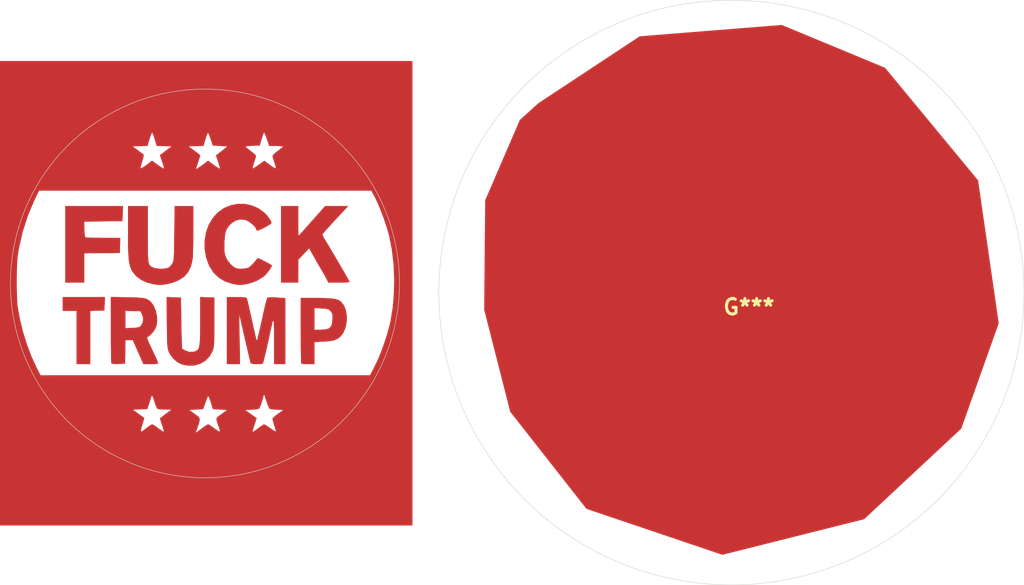
<source format=kicad_pcb>
(kicad_pcb (version 20201002) (generator pcbnew)

  (general
    (thickness 1.6)
  )

  (paper "A4")
  (layers
    (0 "F.Cu" signal)
    (31 "B.Cu" signal)
    (32 "B.Adhes" user "B.Adhesive")
    (33 "F.Adhes" user "F.Adhesive")
    (34 "B.Paste" user)
    (35 "F.Paste" user)
    (36 "B.SilkS" user "B.Silkscreen")
    (37 "F.SilkS" user "F.Silkscreen")
    (38 "B.Mask" user)
    (39 "F.Mask" user)
    (40 "Dwgs.User" user "User.Drawings")
    (41 "Cmts.User" user "User.Comments")
    (42 "Eco1.User" user "User.Eco1")
    (43 "Eco2.User" user "User.Eco2")
    (44 "Edge.Cuts" user)
    (45 "Margin" user)
    (46 "B.CrtYd" user "B.Courtyard")
    (47 "F.CrtYd" user "F.Courtyard")
    (48 "B.Fab" user)
    (49 "F.Fab" user)
  )

  (setup
    (stackup
      (layer "F.SilkS" (type "Top Silk Screen"))
      (layer "F.Paste" (type "Top Solder Paste"))
      (layer "F.Mask" (type "Top Solder Mask") (color "Green") (thickness 0.01))
      (layer "F.Cu" (type "copper") (thickness 0.035))
      (layer "dielectric 1" (type "core") (thickness 1.51) (material "FR4") (epsilon_r 4.5) (loss_tangent 0.02))
      (layer "B.Cu" (type "copper") (thickness 0.035))
      (layer "B.Mask" (type "Bottom Solder Mask") (color "Green") (thickness 0.01))
      (layer "B.Paste" (type "Bottom Solder Paste"))
      (layer "B.SilkS" (type "Bottom Silk Screen"))
      (copper_finish "None")
      (dielectric_constraints no)
    )
    (pcbplotparams
      (layerselection 0x00010fc_ffffffff)
      (disableapertmacros false)
      (usegerberextensions false)
      (usegerberattributes true)
      (usegerberadvancedattributes true)
      (creategerberjobfile true)
      (svguseinch false)
      (svgprecision 6)
      (excludeedgelayer true)
      (plotframeref false)
      (viasonmask false)
      (mode 1)
      (useauxorigin true)
      (hpglpennumber 1)
      (hpglpenspeed 20)
      (hpglpendiameter 15.000000)
      (psnegative false)
      (psa4output false)
      (plotreference true)
      (plotvalue true)
      (plotinvisibletext false)
      (sketchpadsonfab false)
      (subtractmaskfromsilk false)
      (outputformat 1)
      (mirror false)
      (drillshape 0)
      (scaleselection 1)
      (outputdirectory "gerbers/fu45")
    )
  )


  (net 0 "")

  (module "art:fu45-gimp" (layer "F.Cu") (tedit 0) (tstamp 61be462f-9216-4264-9594-c6ac5a07c120)
    (at 187.9092 97.282)
    (attr through_hole)
    (fp_text reference "G***" (at 0 0) (layer "F.SilkS")
      (effects (font (size 1.524 1.524) (thickness 0.3)))
      (tstamp 743b3b0f-5fe5-4da0-aca3-602e9bcd676b)
    )
    (fp_text value "LOGO" (at 0.75 0) (layer "F.SilkS") hide
      (effects (font (size 1.524 1.524) (thickness 0.3)))
      (tstamp 8957491b-bcfd-4af9-b9b1-cf982532c325)
    )
    (fp_poly (pts (xy -23.38717 -1.005417)
      (xy -23.367259 -0.327074)
      (xy -23.351412 0.276067)
      (xy -23.340284 0.773322)
      (xy -23.334526 1.134008)
      (xy -23.334792 1.327441)
      (xy -23.33701 1.351694)
      (xy -23.358086 1.27158)
      (xy -23.391767 1.034145)
      (xy -23.426765 0.727628)
      (xy -23.449554 0.389604)
      (xy -23.466645 -0.104251)
      (xy -23.47685 -0.69815)
      (xy -23.478983 -1.336305)
      (xy -23.476925 -1.629484)
      (xy -23.458849 -3.33375)) (layer "F.Mask") (width 0) (tstamp 03344500-334b-41fd-9fec-50d3af215cc0))
    (fp_poly (pts (xy -4.002314 0.55123)
      (xy -3.122084 0.582083)
      (xy -3.065147 3.704166)
      (xy -3.050025 4.494216)
      (xy -3.034904 5.212649)
      (xy -3.020447 5.833071)
      (xy -3.007322 6.329086)
      (xy -2.996192 6.674301)
      (xy -2.987723 6.842319)
      (xy -2.985772 6.854263)
      (xy -2.88987 6.921971)
      (xy -2.680429 7.054543)
      (xy -2.619375 7.091993)
      (xy -2.124705 7.275388)
      (xy -1.587672 7.271102)
      (xy -1.324688 7.197339)
      (xy -1.165147 7.12058)
      (xy -1.037346 7.009714)
      (xy -0.937823 6.842471)
      (xy -0.863121 6.596583)
      (xy -0.809779 6.249779)
      (xy -0.774339 5.77979)
      (xy -0.753341 5.164348)
      (xy -0.743327 4.381181)
      (xy -0.740834 3.438702)
      (xy -0.740834 0.520606)
      (xy 0.132291 0.551344)
      (xy 1.005416 0.582083)
      (xy 1.00052 3.598333)
      (xy 0.998331 4.482299)
      (xy 0.993723 5.182362)
      (xy 0.984837 5.726287)
      (xy 0.969814 6.141836)
      (xy 0.946796 6.456774)
      (xy 0.913923 6.698864)
      (xy 0.869337 6.895869)
      (xy 0.811178 7.075553)
      (xy 0.758486 7.213249)
      (xy 0.395222 7.861161)
      (xy -0.111759 8.374439)
      (xy -0.733113 8.740322)
      (xy -1.439496 8.946046)
      (xy -2.201565 8.978852)
      (xy -2.966575 8.833279)
      (xy -3.562519 8.546627)
      (xy -4.088189 8.096739)
      (xy -4.490985 7.531306)
      (xy -4.562279 7.386478)
      (xy -4.634694 7.219372)
      (xy -4.692142 7.057031)
      (xy -4.736672 6.872911)
      (xy -4.770334 6.640464)
      (xy -4.795179 6.333145)
      (xy -4.813254 5.924408)
      (xy -4.826611 5.387706)
      (xy -4.837299 4.696493)
      (xy -4.847368 3.824223)
      (xy -4.848981 3.673313)
      (xy -4.882545 0.520376)) (layer "F.Mask") (width 0) (tstamp 101a3f2a-8026-40f1-a762-8207052da5b4))
    (fp_poly (pts (xy 23.883055 -17.638889)
      (xy 23.868527 -17.575972)
      (xy 23.8125 -17.568334)
      (xy 23.725387 -17.607057)
      (xy 23.741944 -17.638889)
      (xy 23.867543 -17.651556)) (layer "F.Mask") (width 0) (tstamp 1380ced6-8ea1-43b8-b3b3-dbd34de82db1))
    (fp_poly (pts (xy 4.720462 -10.960246)
      (xy 5.590366 -10.780892)
      (xy 6.411493 -10.423387)
      (xy 7.151377 -9.887829)
      (xy 7.163279 -9.87699)
      (xy 7.4779 -9.551574)
      (xy 7.754629 -9.19862)
      (xy 7.955366 -8.872975)
      (xy 8.042009 -8.629483)
      (xy 8.042937 -8.610752)
      (xy 7.954495 -8.508149)
      (xy 7.723494 -8.349648)
      (xy 7.402066 -8.162406)
      (xy 7.042345 -7.973578)
      (xy 6.696465 -7.810318)
      (xy 6.416557 -7.699782)
      (xy 6.254755 -7.669124)
      (xy 6.243386 -7.673399)
      (xy 6.143011 -7.827476)
      (xy 6.138333 -7.868794)
      (xy 6.054088 -8.055737)
      (xy 5.835827 -8.301088)
      (xy 5.535261 -8.561727)
      (xy 5.204099 -8.794532)
      (xy 4.894053 -8.95638)
      (xy 4.793862 -8.989958)
      (xy 4.19173 -9.044712)
      (xy 3.614516 -8.900451)
      (xy 3.10431 -8.56913)
      (xy 3.017965 -8.485551)
      (xy 2.720877 -8.150517)
      (xy 2.512198 -7.82596)
      (xy 2.375331 -7.461481)
      (xy 2.293679 -7.006681)
      (xy 2.250644 -6.411161)
      (xy 2.240603 -6.124946)
      (xy 2.229608 -5.567417)
      (xy 2.238191 -5.165725)
      (xy 2.272533 -4.864464)
      (xy 2.338814 -4.608231)
      (xy 2.438254 -4.353122)
      (xy 2.687449 -3.91426)
      (xy 3.023505 -3.508059)
      (xy 3.393276 -3.188706)
      (xy 3.743616 -3.010387)
      (xy 3.759303 -3.006237)
      (xy 4.01906 -2.976236)
      (xy 4.387517 -2.973862)
      (xy 4.624871 -2.987146)
      (xy 4.960003 -3.027538)
      (xy 5.200816 -3.107779)
      (xy 5.42405 -3.267936)
      (xy 5.706442 -3.548076)
      (xy 5.713645 -3.555623)
      (xy 5.972982 -3.840857)
      (xy 6.169353 -4.081695)
      (xy 6.257726 -4.221096)
      (xy 6.331436 -4.268152)
      (xy 6.511228 -4.226126)
      (xy 6.823675 -4.085965)
      (xy 7.148439 -3.917739)
      (xy 7.531131 -3.710318)
      (xy 7.841862 -3.536149)
      (xy 8.033496 -3.421905)
      (xy 8.06823 -3.397233)
      (xy 8.060288 -3.274114)
      (xy 7.941707 -3.042553)
      (xy 7.745808 -2.749277)
      (xy 7.505915 -2.441013)
      (xy 7.255348 -2.16449)
      (xy 7.070653 -1.998339)
      (xy 6.250039 -1.491543)
      (xy 5.309417 -1.154863)
      (xy 5.095237 -1.105213)
      (xy 4.606657 -1.01136)
      (xy 4.226882 -0.973154)
      (xy 3.86443 -0.990971)
      (xy 3.427818 -1.065187)
      (xy 3.20158 -1.112992)
      (xy 2.301603 -1.40792)
      (xy 1.527077 -1.870935)
      (xy 0.887 -2.494827)
      (xy 0.390371 -3.272383)
      (xy 0.319364 -3.422643)
      (xy -0.027439 -4.416054)
      (xy -0.197925 -5.437711)
      (xy -0.197177 -6.457252)
      (xy -0.030274 -7.444314)
      (xy 0.297702 -8.368535)
      (xy 0.781669 -9.199552)
      (xy 1.40235 -9.894213)
      (xy 2.142724 -10.428432)
      (xy 2.964177 -10.784113)
      (xy 3.834244 -10.961352)) (layer "F.Mask") (width 0) (tstamp 1c814d7a-f383-47bd-98c4-6f7a691f621f))
    (fp_poly (pts (xy -9.710209 0.547532)
      (xy -8.928955 0.564679)
      (xy -8.326374 0.590841)
      (xy -7.869482 0.632956)
      (xy -7.525296 0.697959)
      (xy -7.260833 0.792786)
      (xy -7.043108 0.924375)
      (xy -6.839139 1.099661)
      (xy -6.772097 1.165403)
      (xy -6.455781 1.607046)
      (xy -6.219661 2.185908)
      (xy -6.077691 2.838176)
      (xy -6.043827 3.500032)
      (xy -6.130152 4.100807)
      (xy -6.271488 4.424425)
      (xy -6.506459 4.781512)
      (xy -6.784404 5.109281)
      (xy -7.054665 5.344949)
      (xy -7.191121 5.415726)
      (xy -7.253891 5.450732)
      (xy -7.278386 5.522549)
      (xy -7.255447 5.656462)
      (xy -7.175913 5.87776)
      (xy -7.030625 6.21173)
      (xy -6.810423 6.683659)
      (xy -6.506149 7.318835)
      (xy -6.488523 7.355416)
      (xy -6.271581 7.815885)
      (xy -6.093584 8.213254)
      (xy -5.972705 8.505563)
      (xy -5.927114 8.650849)
      (xy -5.927095 8.651875)
      (xy -5.996528 8.721692)
      (xy -6.220954 8.764159)
      (xy -6.623742 8.78269)
      (xy -6.832888 8.784166)
      (xy -7.739109 8.784166)
      (xy -8.032103 8.122708)
      (xy -8.224641 7.687612)
      (xy -8.454716 7.167077)
      (xy -8.674485 6.669349)
      (xy -8.686924 6.641157)
      (xy -9.04875 5.821064)
      (xy -9.495556 5.820948)
      (xy -9.942361 5.820833)
      (xy -9.971806 7.276041)
      (xy -10.00125 8.73125)
      (xy -10.799759 8.761769)
      (xy -11.192995 8.767191)
      (xy -11.500395 8.75355)
      (xy -11.663911 8.723777)
      (xy -11.672884 8.717672)
      (xy -11.689512 8.598611)
      (xy -11.704852 8.29131)
      (xy -11.71848 7.819194)
      (xy -11.729974 7.205688)
      (xy -11.738913 6.474216)
      (xy -11.744873 5.648204)
      (xy -11.747433 4.751076)
      (xy -11.7475 4.578018)
      (xy -11.7475 4.361579)
      (xy -9.948334 4.361579)
      (xy -9.0913 4.322659)
      (xy -8.648487 4.294952)
      (xy -8.363493 4.251207)
      (xy -8.182473 4.176963)
      (xy -8.051587 4.057758)
      (xy -8.036345 4.039317)
      (xy -7.806363 3.597768)
      (xy -7.770277 3.10741)
      (xy -7.900127 2.676893)
      (xy -8.09625 2.275416)
      (xy -9.022292 2.244837)
      (xy -9.948334 2.214259)
      (xy -9.948334 4.361579)
      (xy -11.7475 4.361579)
      (xy -11.7475 0.512982)) (layer "F.Mask") (width 0) (tstamp 2d48406c-3db0-475c-b640-3df609300be1))
    (fp_poly (pts (xy -7.196667 -7.220216)
      (xy -7.196222 -6.228632)
      (xy -7.192584 -5.426474)
      (xy -7.182302 -4.791503)
      (xy -7.161924 -4.301479)
      (xy -7.127998 -3.934161)
      (xy -7.077073 -3.66731)
      (xy -7.005695 -3.478686)
      (xy -6.910415 -3.346049)
      (xy -6.787778 -3.247158)
      (xy -6.634335 -3.159775)
      (xy -6.560498 -3.121479)
      (xy -6.242241 -3.025047)
      (xy -5.805535 -2.975266)
      (xy -5.334787 -2.973205)
      (xy -4.914406 -3.019935)
      (xy -4.662461 -3.097423)
      (xy -4.438558 -3.275171)
      (xy -4.219727 -3.544653)
      (xy -4.186211 -3.598571)
      (xy -4.125538 -3.712365)
      (xy -4.076865 -3.841018)
      (xy -4.038544 -4.008716)
      (xy -4.008929 -4.23965)
      (xy -3.986374 -4.558008)
      (xy -3.969232 -4.987979)
      (xy -3.955856 -5.553751)
      (xy -3.944601 -6.279513)
      (xy -3.93382 -7.189455)
      (xy -3.932297 -7.328959)
      (xy -3.895844 -10.689167)
      (xy -1.5875 -10.689167)
      (xy -1.590963 -7.752292)
      (xy -1.595208 -6.942497)
      (xy -1.605395 -6.164814)
      (xy -1.620583 -5.455481)
      (xy -1.639831 -4.850735)
      (xy -1.662198 -4.386815)
      (xy -1.6856 -4.108595)
      (xy -1.880463 -3.258882)
      (xy -2.230248 -2.54873)
      (xy -2.739099 -1.97405)
      (xy -3.41116 -1.530752)
      (xy -4.250573 -1.214746)
      (xy -4.729408 -1.104139)
      (xy -5.200233 -1.019321)
      (xy -5.550019 -0.978157)
      (xy -5.86453 -0.979186)
      (xy -6.229529 -1.020946)
      (xy -6.557151 -1.072993)
      (xy -7.37521 -1.28989)
      (xy -8.098081 -1.64287)
      (xy -8.692615 -2.110394)
      (xy -9.125664 -2.670923)
      (xy -9.183714 -2.779651)
      (xy -9.30431 -3.045928)
      (xy -9.401592 -3.328873)
      (xy -9.477952 -3.653876)
      (xy -9.535779 -4.046326)
      (xy -9.577463 -4.531612)
      (xy -9.605397 -5.135123)
      (xy -9.621968 -5.882249)
      (xy -9.62957 -6.798378)
      (xy -9.630834 -7.528612)
      (xy -9.630834 -10.689167)
      (xy -7.196667 -10.689167)) (layer "F.Mask") (width 0) (tstamp 332c9a80-d9d3-48bf-99e5-109d4c98e663))
    (fp_poly (pts (xy -15.24 -20.16125)
      (xy -15.292917 -20.108334)
      (xy -15.345834 -20.16125)
      (xy -15.292917 -20.214167)) (layer "F.Mask") (width 0) (tstamp 4257c1b9-d592-4988-82d4-c08e228fb79c))
    (fp_poly (pts (xy 4.278414 0.532719)
      (xy 4.632036 0.546971)
      (xy 4.847577 0.577309)
      (xy 4.961797 0.629122)
      (xy 5.011454 0.707798)
      (xy 5.01344 0.714375)
      (xy 5.075821 0.954756)
      (xy 5.177917 1.382368)
      (xy 5.32089 2.00224)
      (xy 5.5059 2.819404)
      (xy 5.715867 3.757083)
      (xy 5.8423 4.323513)
      (xy 5.959152 4.846287)
      (xy 6.055297 5.275674)
      (xy 6.119605 5.561941)
      (xy 6.130276 5.609166)
      (xy 6.198209 5.821432)
      (xy 6.25807 5.847304)
      (xy 6.270877 5.820833)
      (xy 6.316235 5.65537)
      (xy 6.399183 5.315563)
      (xy 6.512294 4.833889)
      (xy 6.64814 4.242829)
      (xy 6.799296 3.57486)
      (xy 6.958333 2.862463)
      (xy 7.117825 2.138116)
      (xy 7.211183 1.708816)
      (xy 7.327319 1.226618)
      (xy 7.441583 0.848586)
      (xy 7.540901 0.614437)
      (xy 7.58978 0.558729)
      (xy 7.752287 0.542618)
      (xy 8.070837 0.544446)
      (xy 8.490656 0.563216)
      (xy 8.734002 0.57958)
      (xy 9.736666 0.654753)
      (xy 9.736666 8.784166)
      (xy 8.360833 8.784166)
      (xy 8.351369 5.900208)
      (xy 8.347476 4.992934)
      (xy 8.339941 4.293401)
      (xy 8.325017 3.797685)
      (xy 8.298955 3.50186)
      (xy 8.258007 3.402002)
      (xy 8.198425 3.494185)
      (xy 8.116461 3.774485)
      (xy 8.008367 4.238975)
      (xy 7.870394 4.883732)
      (xy 7.782378 5.304363)
      (xy 7.655926 5.896031)
      (xy 7.519255 6.512591)
      (xy 7.391759 7.067551)
      (xy 7.319581 7.368113)
      (xy 7.212867 7.802706)
      (xy 7.118482 8.192055)
      (xy 7.054211 8.462692)
      (xy 7.047215 8.493125)
      (xy 7.002002 8.645202)
      (xy 6.919563 8.732217)
      (xy 6.749507 8.772311)
      (xy 6.44144 8.783628)
      (xy 6.238828 8.784166)
      (xy 5.781326 8.76633)
      (xy 5.524301 8.711891)
      (xy 5.459425 8.651875)
      (xy 5.423815 8.507278)
      (xy 5.348247 8.188222)
      (xy 5.240109 7.726551)
      (xy 5.106788 7.154107)
      (xy 4.95567 6.502735)
      (xy 4.794142 5.804279)
      (xy 4.629592 5.090583)
      (xy 4.469406 4.393491)
      (xy 4.320971 3.744846)
      (xy 4.311688 3.704166)
      (xy 4.058152 2.592916)
      (xy 4.107721 5.688541)
      (xy 4.157289 8.784166)
      (xy 2.54 8.784166)
      (xy 2.54 0.529166)
      (xy 3.749951 0.529166)) (layer "F.Mask") (width 0) (tstamp 4563b0b8-a2d8-47d4-be79-5f42151efc48))
    (fp_poly (pts (xy -12.51034 1.349375)
      (xy -12.54125 2.169583)
      (xy -13.414375 2.200321)
      (xy -14.2875 2.23106)
      (xy -14.2875 8.784166)
      (xy -15.980834 8.784166)
      (xy -15.980834 2.2225)
      (xy -17.674167 2.2225)
      (xy -17.674167 0.529166)
      (xy -12.47943 0.529166)) (layer "F.Mask") (width 0) (tstamp 46e36202-59e9-4b92-9ca1-ffff22e69105))
    (fp_poly (pts (xy 22.854665 2.899817)
      (xy 22.855884 3.069925)
      (xy 22.831889 3.305035)
      (xy 22.789104 3.53354)
      (xy 22.7514 3.65125)
      (xy 22.702288 3.712325)
      (xy 22.700114 3.567457)
      (xy 22.72065 3.386666)
      (xy 22.76614 3.091938)
      (xy 22.808046 2.899564)
      (xy 22.82181 2.866319)) (layer "F.Mask") (width 0) (tstamp 4c8e626f-3957-43d5-97bf-da4772d42e33))
    (fp_poly (pts (xy -22.364371 5.589322)
      (xy -22.351754 5.754727)
      (xy -22.372726 5.79217)
      (xy -22.420829 5.760606)
      (xy -22.428312 5.653263)
      (xy -22.402465 5.540336)) (layer "F.Mask") (width 0) (tstamp 4f70ed58-9d0d-44cd-9f5d-aa94baf010a7))
    (fp_poly (pts (xy -10.288172 -9.763125)
      (xy -10.31875 -8.837084)
      (xy -12.677487 -8.80859)
      (xy -15.036223 -8.780097)
      (xy -15.00582 -7.803174)
      (xy -14.984025 -7.325317)
      (xy -14.950164 -7.024155)
      (xy -14.897577 -6.864784)
      (xy -14.819603 -6.8123)
      (xy -14.816667 -6.812)
      (xy -14.664894 -6.806933)
      (xy -14.33725 -6.80134)
      (xy -13.869531 -6.795653)
      (xy -13.29753 -6.790305)
      (xy -12.657042 -6.785728)
      (xy -12.626326 -6.785542)
      (xy -10.594735 -6.773334)
      (xy -10.615493 -5.847292)
      (xy -10.63625 -4.92125)
      (xy -12.832292 -4.892645)
      (xy -15.028334 -4.864039)
      (xy -15.028334 -1.27)
      (xy -17.356667 -1.27)
      (xy -17.356667 -10.689167)
      (xy -10.257593 -10.689167)) (layer "F.Mask") (width 0) (tstamp 507360b0-ab37-4529-90f7-24e10ebbd709))
    (fp_poly (pts (xy -21.400703 8.268451)
      (xy -21.267781 8.493294)
      (xy -21.082739 8.833365)
      (xy -20.913348 9.159509)
      (xy -20.403232 10.16)
      (xy 20.171988 10.16)
      (xy 20.409586 9.670952)
      (xy 20.552585 9.405935)
      (xy 20.663385 9.253103)
      (xy 20.702373 9.237096)
      (xy 20.68838 9.353166)
      (xy 20.595212 9.596604)
      (xy 20.482071 9.835944)
      (xy 20.342814 10.147127)
      (xy 20.268945 10.386919)
      (xy 20.269535 10.481468)
      (xy 20.247154 10.571841)
      (xy 20.187609 10.583333)
      (xy 20.065482 10.666518)
      (xy 19.870047 10.887393)
      (xy 19.638206 11.202936)
      (xy 19.574859 11.297708)
      (xy 18.249907 13.154404)
      (xy 16.83115 14.821535)
      (xy 15.318244 16.299451)
      (xy 13.710847 17.5885)
      (xy 12.776018 18.223718)
      (xy 12.46898 18.412462)
      (xy 12.071271 18.646703)
      (xy 11.621881 18.904713)
      (xy 11.159798 19.164764)
      (xy 10.724013 19.405129)
      (xy 10.353514 19.604079)
      (xy 10.087291 19.739887)
      (xy 9.964334 19.790825)
      (xy 9.963894 19.790833)
      (xy 9.832907 19.834005)
      (xy 9.568808 19.947373)
      (xy 9.227925 20.106713)
      (xy 9.216507 20.112238)
      (xy 8.301148 20.50461)
      (xy 7.221275 20.881032)
      (xy 6.024024 21.22831)
      (xy 4.756529 21.533252)
      (xy 3.465927 21.782665)
      (xy 2.963333 21.862507)
      (xy 2.244114 21.94533)
      (xy 1.383615 22.006623)
      (xy 0.451309 22.044482)
      (xy -0.48333 22.057008)
      (xy -1.350828 22.042298)
      (xy -2.06375 22.000091)
      (xy -2.595157 21.9435)
      (xy -3.2001 21.865323)
      (xy -3.824722 21.773987)
      (xy -4.415162 21.677921)
      (xy -4.91756 21.585555)
      (xy -5.278057 21.505316)
      (xy -5.344584 21.48667)
      (xy -5.598173 21.413512)
      (xy -5.981788 21.306911)
      (xy -6.420828 21.187548)
      (xy -6.50875 21.163956)
      (xy -7.753627 20.788599)
      (xy -8.913492 20.356484)
      (xy -9.496315 20.100168)
      (xy -9.832497 19.945571)
      (xy -10.086491 19.834661)
      (xy -10.204596 19.790865)
      (xy -10.20539 19.790833)
      (xy -10.314385 19.740231)
      (xy -10.552328 19.607547)
      (xy -10.867795 19.42146)
      (xy -10.869075 19.420688)
      (xy -11.201963 19.232267)
      (xy -11.476603 19.098868)
      (xy -11.629028 19.050272)
      (xy -11.788833 18.991718)
      (xy -12.052406 18.840364)
      (xy -12.290731 18.679583)
      (xy -12.576598 18.482363)
      (xy -12.793067 18.348003)
      (xy -12.879765 18.309166)
      (xy -13.023039 18.246757)
      (xy -13.293171 18.076841)
      (xy -13.652737 17.825382)
      (xy -14.064314 17.518344)
      (xy -14.404369 17.251359)
      (xy -14.77913 16.950001)
      (xy -15.1582 16.645008)
      (xy -15.418074 16.435781)
      (xy -15.976235 15.944451)
      (xy -16.609218 15.317843)
      (xy -17.278614 14.599516)
      (xy -17.450268 14.402377)
      (xy -9.025756 14.402377)
      (xy -8.349337 14.889524)
      (xy -8.026574 15.122456)
      (xy -7.776816 15.303609)
      (xy -7.644215 15.400934)
      (xy -7.634743 15.408246)
      (xy -7.646461 15.516307)
      (xy -7.714109 15.768665)
      (xy -7.819951 16.101293)
      (xy -7.971347 16.596457)
      (xy -8.037935 16.929351)
      (xy -8.018761 17.089887)
      (xy -7.912874 17.067979)
      (xy -7.911042 17.066544)
      (xy -7.758236 16.948882)
      (xy -7.499642 16.752354)
      (xy -7.267936 16.577335)
      (xy -6.979459 16.372333)
      (xy -6.751708 16.232736)
      (xy -6.651355 16.1925)
      (xy -6.521612 16.253142)
      (xy -6.275904 16.413357)
      (xy -5.963621 16.640578)
      (xy -5.912156 16.679916)
      (xy -5.604345 16.9068)
      (xy -5.365617 17.064116)
      (xy -5.239957 17.123307)
      (xy -5.232506 17.121116)
      (xy -5.242248 17.006425)
      (xy -5.30967 16.74408)
      (xy -5.421096 16.385701)
      (xy -5.450645 16.297663)
      (xy -5.575573 15.926675)
      (xy -5.668657 15.643234)
      (xy -5.713319 15.498013)
      (xy -5.715 15.489594)
      (xy -5.636789 15.416302)
      (xy -5.428419 15.247855)
      (xy -5.129285 15.0158)
      (xy -5.011301 14.926047)
      (xy -4.377503 14.44625)
      (xy -2.06375 14.44625)
      (xy -1.403295 14.9225)
      (xy -1.091092 15.153629)
      (xy -0.895146 15.341106)
      (xy -0.805729 15.534206)
      (xy -0.813113 15.782207)
      (xy -0.907571 16.134386)
      (xy -1.06973 16.612165)
      (xy -1.177507 16.927638)
      (xy -1.250211 17.148478)
      (xy -1.27 17.21709)
      (xy -1.192101 17.170952)
      (xy -0.984517 17.02498)
      (xy -0.686417 16.806977)
      (xy -0.566937 16.71805)
      (xy -0.231269 16.475667)
      (xy 0.044261 16.292406)
      (xy 0.213199 16.198644)
      (xy 0.236767 16.1925)
      (xy 0.364304 16.252633)
      (xy 0.608887 16.411506)
      (xy 0.921332 16.636826)
      (xy 0.972984 16.675859)
      (xy 1.283436 16.899564)
      (xy 1.526698 17.051769)
      (xy 1.657797 17.104858)
      (xy 1.666225 17.101551)
      (xy 1.668031 16.976635)
      (xy 1.605987 16.727426)
      (xy 1.560424 16.591734)
      (xy 1.383359 16.105581)
      (xy 1.276868 15.773984)
      (xy 1.249611 15.549087)
      (xy 1.310249 15.383037)
      (xy 1.467441 15.227979)
      (xy 1.729848 15.036061)
      (xy 1.858663 14.943721)
      (xy 2.545801 14.44625)
      (xy 4.818344 14.44625)
      (xy 5.518103 14.94492)
      (xy 6.217863 15.443591)
      (xy 5.966431 16.211204)
      (xy 5.821067 16.666927)
      (xy 5.740523 16.954135)
      (xy 5.717521 17.10332)
      (xy 5.74354 17.145)
      (xy 5.835451 17.086287)
      (xy 6.052295 16.931087)
      (xy 6.350348 16.710809)
      (xy 6.404998 16.669862)
      (xy 6.721519 16.440269)
      (xy 6.974825 16.271296)
      (xy 7.116372 16.195062)
      (xy 7.124785 16.193612)
      (xy 7.246445 16.250703)
      (xy 7.491079 16.403079)
      (xy 7.811091 16.62069)
      (xy 7.892076 16.678039)
      (xy 8.207756 16.893219)
      (xy 8.445239 17.035883)
      (xy 8.564423 17.082592)
      (xy 8.571134 17.074914)
      (xy 8.540762 16.934979)
      (xy 8.462665 16.655456)
      (xy 8.359467 16.315362)
      (xy 8.251434 15.951563)
      (xy 8.175552 15.659441)
      (xy 8.149166 15.510488)
      (xy 8.230359 15.389275)
      (xy 8.44509 15.190882)
      (xy 8.750092 14.954502)
      (xy 8.810625 14.911375)
      (xy 9.472083 14.44625)
      (xy 8.678456 14.414623)
      (xy 8.280562 14.386046)
      (xy 7.963373 14.339833)
      (xy 7.788246 14.285311)
      (xy 7.778873 14.277863)
      (xy 7.697124 14.133012)
      (xy 7.574685 13.842373)
      (xy 7.43468 13.461975)
      (xy 7.398829 13.356989)
      (xy 7.124741 12.54125)
      (xy 6.880768 13.361241)
      (xy 6.751892 13.758107)
      (xy 6.628172 14.077673)
      (xy 6.532037 14.263443)
      (xy 6.515126 14.282207)
      (xy 6.35538 14.335428)
      (xy 6.047166 14.381971)
      (xy 5.65367 14.412629)
      (xy 5.605901 14.414716)
      (xy 4.818344 14.44625)
      (xy 2.545801 14.44625)
      (xy 0.809113 14.340416)
      (xy 0.556751 13.509124)
      (xy 0.433485 13.137694)
      (xy 0.324392 12.870567)
      (xy 0.247628 12.750122)
      (xy 0.231761 12.75046)
      (xy 0.163979 12.879518)
      (xy 0.051434 13.153989)
      (xy -0.08343 13.518572)
      (xy -0.105643 13.581753)
      (xy -0.370417 14.340416)
      (xy -1.217084 14.393333)
      (xy -2.06375 14.44625)
      (xy -4.377503 14.44625)
      (xy -4.307601 14.393333)
      (xy -5.090676 14.391712)
      (xy -5.492307 14.379403)
      (xy -5.819299 14.348485)
      (xy -6.006341 14.305387)
      (xy -6.01462 14.30079)
      (xy -6.10851 14.162654)
      (xy -6.233076 13.874838)
      (xy -6.365332 13.492415)
      (xy -6.400469 13.376369)
      (xy -6.522968 12.999174)
      (xy -6.625916 12.758426)
      (xy -6.695757 12.683848)
      (xy -6.708927 12.7)
      (xy -6.771454 12.875236)
      (xy -6.8763 13.187091)
      (xy -7.001612 13.570477)
      (xy -7.010995 13.599583)
      (xy -7.249584 14.340416)
      (xy -8.13767 14.371396)
      (xy -9.025756 14.402377)
      (xy -17.450268 14.402377)
      (xy -17.946016 13.833027)
      (xy -18.573016 13.061933)
      (xy -19.121203 12.329791)
      (xy -19.404039 11.915476)
      (xy -19.742723 11.382123)
      (xy -20.090777 10.810452)
      (xy -20.431922 10.229905)
      (xy -20.74988 9.669923)
      (xy -21.028375 9.159949)
      (xy -21.251129 8.729424)
      (xy -21.401864 8.407791)
      (xy -21.464303 8.224492)
      (xy -21.460419 8.195974)) (layer "F.Mask") (width 0) (tstamp 549e322a-bf92-4319-8b3c-96ca5f63b7f9))
    (fp_poly (pts (xy -22.260278 -8.854723)
      (xy -22.247612 -8.729123)
      (xy -22.260278 -8.713612)
      (xy -22.323196 -8.728139)
      (xy -22.330834 -8.784167)
      (xy -22.292111 -8.87128)) (layer "F.Mask") (width 0) (tstamp 62571d91-5440-4501-a7fc-0fc4974f8ebb))
    (fp_poly (pts (xy 13.626041 0.639645)
      (xy 14.454675 0.647797)
      (xy 15.10251 0.671213)
      (xy 15.600162 0.714861)
      (xy 15.978251 0.783708)
      (xy 16.267391 0.88272)
      (xy 16.4982 1.016865)
      (xy 16.6341 1.127645)
      (xy 16.966289 1.559872)
      (xy 17.19039 2.127454)
      (xy 17.303727 2.782192)
      (xy 17.303622 3.475886)
      (xy 17.187395 4.160338)
      (xy 16.952368 4.78735)
      (xy 16.847837 4.974166)
      (xy 16.555458 5.366358)
      (xy 16.210326 5.649324)
      (xy 15.773641 5.840067)
      (xy 15.2066 5.955593)
      (xy 14.478368 6.01258)
      (xy 13.335 6.059688)
      (xy 13.335 8.784166)
      (xy 12.558888 8.784166)
      (xy 12.171748 8.775166)
      (xy 11.871805 8.751433)
      (xy 11.717893 8.717872)
      (xy 11.712222 8.713611)
      (xy 11.696384 8.595387)
      (xy 11.681787 8.289077)
      (xy 11.668839 7.818263)
      (xy 11.657948 7.206522)
      (xy 11.649522 6.477437)
      (xy 11.643969 5.654585)
      (xy 11.641699 4.761547)
      (xy 11.641666 4.639027)
      (xy 11.641666 4.573245)
      (xy 13.335 4.573245)
      (xy 14.179408 4.534899)
      (xy 14.631424 4.504687)
      (xy 14.928541 4.454236)
      (xy 15.127445 4.369118)
      (xy 15.260709 4.25966)
      (xy 15.399769 4.073319)
      (xy 15.483508 3.81795)
      (xy 15.530122 3.430686)
      (xy 15.538444 3.29995)
      (xy 15.552416 2.89941)
      (xy 15.52831 2.639062)
      (xy 15.450838 2.44866)
      (xy 15.314048 2.268774)
      (xy 15.164231 2.113564)
      (xy 15.004602 2.017841)
      (xy 14.777192 1.963666)
      (xy 14.424031 1.933098)
      (xy 14.191904 1.921501)
      (xy 13.335 1.882587)
      (xy 13.335 4.573245)
      (xy 11.641666 4.573245)
      (xy 11.641666 0.635)) (layer "F.Mask") (width 0) (tstamp 6caa5390-8a59-4a38-9af6-5de7eacb35a9))
    (fp_poly (pts (xy -13.229167 -24.394584)
      (xy -13.282084 -24.341667)
      (xy -13.335 -24.394584)
      (xy -13.282084 -24.4475)) (layer "F.Mask") (width 0) (tstamp 6cf055c7-5444-4bbf-bada-403b7d8bbe36))
    (fp_poly (pts (xy -22.474335 -8.091658)
      (xy -22.485465 -8.043334)
      (xy -22.624927 -7.449688)
      (xy -22.770925 -6.80914)
      (xy -22.911292 -6.176911)
      (xy -23.033864 -5.608224)
      (xy -23.126478 -5.158302)
      (xy -23.161557 -4.974167)
      (xy -23.266294 -4.392084)
      (xy -23.213121 -5.027084)
      (xy -23.167914 -5.387543)
      (xy -23.088162 -5.855582)
      (xy -22.984744 -6.382026)
      (xy -22.86854 -6.917702)
      (xy -22.750431 -7.413438)
      (xy -22.641295 -7.82006)
      (xy -22.552013 -8.088395)
      (xy -22.522341 -8.149167)
      (xy -22.461613 -8.214502)) (layer "F.Mask") (width 0) (tstamp 70c64156-004e-453c-b26c-7508d0d97b76))
    (fp_poly (pts (xy 11.324166 -8.82089)
      (xy 11.32513 -8.153527)
      (xy 11.329921 -7.672279)
      (xy 11.341393 -7.351596)
      (xy 11.362396 -7.165931)
      (xy 11.395782 -7.089734)
      (xy 11.444404 -7.097455)
      (xy 11.509375 -7.161583)
      (xy 11.633814 -7.302048)
      (xy 11.874462 -7.573742)
      (xy 12.207201 -7.949432)
      (xy 12.607909 -8.401883)
      (xy 13.052467 -8.903862)
      (xy 13.164049 -9.029859)
      (xy 14.633516 -10.689167)
      (xy 17.473268 -10.689167)
      (xy 15.923124 -9.022292)
      (xy 15.463037 -8.524485)
      (xy 15.052506 -8.074443)
      (xy 14.713412 -7.696633)
      (xy 14.467634 -7.415519)
      (xy 14.337052 -7.255569)
      (xy 14.322521 -7.232519)
      (xy 14.344721 -7.075903)
      (xy 14.459494 -6.82375)
      (xy 14.530878 -6.703353)
      (xy 14.706328 -6.420681)
      (xy 14.951299 -6.015878)
      (xy 15.249651 -5.516555)
      (xy 15.585247 -4.950326)
      (xy 15.941948 -4.344803)
      (xy 16.303615 -3.7276)
      (xy 16.65411 -3.126329)
      (xy 16.977294 -2.568604)
      (xy 17.25703 -2.082037)
      (xy 17.477178 -1.694241)
      (xy 17.621601 -1.432829)
      (xy 17.674159 -1.325414)
      (xy 17.674166 -1.325182)
      (xy 17.575021 -1.304264)
      (xy 17.304319 -1.286987)
      (xy 16.90216 -1.275023)
      (xy 16.408646 -1.270049)
      (xy 16.353032 -1.27)
      (xy 15.031899 -1.27)
      (xy 14.753014 -1.820353)
      (xy 14.548757 -2.206057)
      (xy 14.336346 -2.580892)
      (xy 14.235764 -2.746395)
      (xy 14.091305 -2.985072)
      (xy 13.873661 -3.358046)
      (xy 13.612211 -3.814454)
      (xy 13.336332 -4.303434)
      (xy 13.33353 -4.308442)
      (xy 12.669661 -5.4948)
      (xy 11.333311 -4.074584)
      (xy 11.328739 -2.672292)
      (xy 11.324166 -1.27)
      (xy 9.2075 -1.27)
      (xy 9.2075 -10.689167)
      (xy 11.324166 -10.689167)) (layer "F.Mask") (width 0) (tstamp 767bfd93-885a-48b9-a14b-de9daa14f746))
    (fp_poly (pts (xy -16.8275 -20.055417)
      (xy -16.880417 -20.0025)
      (xy -16.933334 -20.055417)
      (xy -16.880417 -20.108334)) (layer "F.Mask") (width 0) (tstamp 7ab9066c-cad5-4227-97ae-6a8deec39a48))
    (fp_poly (pts (xy -15.698612 -20.073056)
      (xy -15.713139 -20.010138)
      (xy -15.769167 -20.0025)
      (xy -15.85628 -20.041223)
      (xy -15.839723 -20.073056)
      (xy -15.714123 -20.085722)) (layer "F.Mask") (width 0) (tstamp 852ebd42-9f5a-4528-858a-2f4dcd8acce3))
    (fp_poly (pts (xy -23.16433 2.116666)
      (xy -23.100221 2.451886)
      (xy -23.000188 2.928059)
      (xy -22.878191 3.480435)
      (xy -22.754687 4.016698)
      (xy -22.627958 4.575306)
      (xy -22.541707 4.997231)
      (xy -22.496956 5.26986)
      (xy -22.494729 5.380579)
      (xy -22.536048 5.316774)
      (xy -22.621935 5.06583)
      (xy -22.687328 4.847644)
      (xy -22.953749 3.815321)
      (xy -23.136426 2.852951)
      (xy -23.210207 2.2225)
      (xy -23.263656 1.534583)) (layer "F.Mask") (width 0) (tstamp a69a9741-96dd-4d3a-a13d-10eccfa11580))
    (fp_poly (pts (xy -17.568334 -21.43125)
      (xy -17.62125 -21.378334)
      (xy -17.674167 -21.43125)
      (xy -17.62125 -21.484167)) (layer "F.Mask") (width 0) (tstamp a795a68d-0298-4fe0-83e5-3874302dd98a))
    (fp_poly (pts (xy -22.366112 -8.537223)
      (xy -22.353445 -8.411623)
      (xy -22.366112 -8.396112)
      (xy -22.429029 -8.410639)
      (xy -22.436667 -8.466667)
      (xy -22.397944 -8.55378)) (layer "F.Mask") (width 0) (tstamp acbdc5e1-6e7c-4466-8f17-2443adb2103c))
    (fp_poly (pts (xy -23.314315 -3.941058)
      (xy -23.297276 -3.665296)
      (xy -23.316451 -3.517725)
      (xy -23.345059 -3.492985)
      (xy -23.361111 -3.644968)
      (xy -23.362478 -3.757084)
      (xy -23.352058 -3.962039)
      (xy -23.328154 -3.993134)) (layer "F.Mask") (width 0) (tstamp b2e6c6f0-982b-4b83-8822-6abcab5655a1))
    (fp_poly (pts (xy -20.672778 -26.211389)
      (xy -20.687306 -26.148472)
      (xy -20.743334 -26.140834)
      (xy -20.830447 -26.179557)
      (xy -20.813889 -26.211389)
      (xy -20.68829 -26.224056)) (layer "F.Mask") (width 0) (tstamp c9aee5d9-12b0-4840-80a1-5508ed424863))
    (fp_poly (pts (xy -16.8275 -18.57375)
      (xy -16.880417 -18.520834)
      (xy -16.933334 -18.57375)
      (xy -16.880417 -18.626667)) (layer "F.Mask") (width 0) (tstamp d78a4307-46ef-421d-b8ad-149a56e513bf))
    (fp_poly (pts (xy 22.640793 4.034459)
      (xy 22.612404 4.278868)
      (xy 22.52089 4.664434)
      (xy 22.378213 5.158384)
      (xy 22.196334 5.727943)
      (xy 21.987215 6.340339)
      (xy 21.762818 6.962798)
      (xy 21.535104 7.562545)
      (xy 21.316035 8.106809)
      (xy 21.117571 8.562815)
      (xy 20.951676 8.89779)
      (xy 20.83031 9.078959)
      (xy 20.791381 9.101666)
      (xy 20.795774 9.020641)
      (xy 20.879446 8.824261)
      (xy 20.886343 8.810625)
      (xy 21.036196 8.487976)
      (xy 21.232008 8.026637)
      (xy 21.450774 7.485385)
      (xy 21.66949 6.922997)
      (xy 21.865148 6.398249)
      (xy 22.014745 5.969919)
      (xy 22.07726 5.767916)
      (xy 22.275333 5.069298)
      (xy 22.433862 4.538973)
      (xy 22.549708 4.186602)
      (xy 22.619729 4.021846)) (layer "F.Mask") (width 0) (tstamp dbd22c74-98e0-4b5b-a067-badf8b40a785))
    (fp_poly (pts (xy 22.690985 -6.659507)
      (xy 22.733032 -6.537412)
      (xy 22.802321 -6.249591)
      (xy 22.889308 -5.838763)
      (xy 22.984451 -5.347649)
      (xy 22.986503 -5.33659)
      (xy 23.060566 -4.913584)
      (xy 23.117181 -4.519999)
      (xy 23.158477 -4.117965)
      (xy 23.186585 -3.669616)
      (xy 23.203636 -3.137082)
      (xy 23.211759 -2.482495)
      (xy 23.213085 -1.667986)
      (xy 23.212292 -1.322917)
      (xy 23.205628 -0.359025)
      (xy 23.191162 0.41866)
      (xy 23.167658 1.035494)
      (xy 23.13388 1.516835)
      (xy 23.088592 1.88804)
      (xy 23.044661 2.116666)
      (xy 22.963932 2.442215)
      (xy 22.902497 2.6474)
      (xy 22.873045 2.690157)
      (xy 22.872615 2.687047)
      (xy 22.879773 2.543904)
      (xy 22.908127 2.232344)
      (xy 22.953501 1.794088)
      (xy 23.011718 1.270859)
      (xy 23.031531 1.099547)
      (xy 23.157251 -0.729858)
      (xy 23.122654 -2.691434)
      (xy 22.927644 -4.7873)
      (xy 22.69314 -6.35)
      (xy 22.666646 -6.575038)
      (xy 22.681458 -6.664469)) (layer "F.Mask") (width 0) (tstamp e12b186c-c1c0-4838-81e5-ace2b81b0d37))
    (fp_poly (pts (xy 0.617455 -24.887541)
      (xy 1.282279 -24.87712)
      (xy 1.830132 -24.85578)
      (xy 2.308336 -24.820241)
      (xy 2.764218 -24.76722)
      (xy 3.245101 -24.693433)
      (xy 3.65125 -24.622382)
      (xy 5.036016 -24.34147)
      (xy 6.348815 -24.015045)
      (xy 7.555927 -23.653344)
      (xy 8.623635 -23.266602)
      (xy 9.518222 -22.865059)
      (xy 9.629644 -22.807231)
      (xy 9.834827 -22.701392)
      (xy 10.175591 -22.528511)
      (xy 10.598022 -22.315858)
      (xy 10.900833 -22.164241)
      (xy 11.35846 -21.927638)
      (xy 11.778976 -21.696059)
      (xy 12.103975 -21.502364)
      (xy 12.233739 -21.414316)
      (xy 12.461684 -21.255111)
      (xy 12.616439 -21.170734)
      (xy 12.635155 -21.166667)
      (xy 12.779555 -21.10007)
      (xy 13.053725 -20.915604)
      (xy 13.429438 -20.636256)
      (xy 13.87847 -20.285012)
      (xy 14.372595 -19.88486)
      (xy 14.883586 -19.458786)
      (xy 15.38322 -19.029777)
      (xy 15.843269 -18.620821)
      (xy 16.23551 -18.254903)
      (xy 16.358237 -18.134589)
      (xy 16.72196 -17.761517)
      (xy 17.114902 -17.341822)
      (xy 17.504117 -16.912619)
      (xy 17.856659 -16.511026)
      (xy 18.139582 -16.17416)
      (xy 18.31994 -15.939136)
      (xy 18.353038 -15.887275)
      (xy 18.471627 -15.714265)
      (xy 18.521898 -15.663334)
      (xy 18.613176 -15.55642)
      (xy 18.789152 -15.321657)
      (xy 19.01494 -15.005845)
      (xy 19.06011 -14.941234)
      (xy 20.043506 -13.388903)
      (xy 20.933801 -11.703275)
      (xy 21.701937 -9.947379)
      (xy 22.31886 -8.184245)
      (xy 22.546279 -7.378841)
      (xy 22.631545 -7.02144)
      (xy 22.656819 -6.849323)
      (xy 22.630617 -6.847498)
      (xy 22.561457 -7.000977)
      (xy 22.457857 -7.294768)
      (xy 22.328332 -7.713883)
      (xy 22.299634 -7.812929)
      (xy 22.070874 -8.546434)
      (xy 21.790055 -9.346945)
      (xy 21.479964 -10.156623)
      (xy 21.163387 -10.917629)
      (xy 20.863111 -11.572123)
      (xy 20.676603 -11.932709)
      (xy 20.30964 -12.594167)
      (xy -20.584584 -12.591353)
      (xy -21.087837 -11.560885)
      (xy -21.341735 -11.026815)
      (xy -21.601138 -10.457649)
      (xy -21.825525 -9.943179)
      (xy -21.911058 -9.736667)
      (xy -22.046962 -9.416242)
      (xy -22.13875 -9.233238)
      (xy -22.173202 -9.212262)
      (xy -22.16685 -9.260417)
      (xy -22.074737 -9.565217)
      (xy -21.89873 -10.017668)
      (xy -21.656916 -10.579941)
      (xy -21.367384 -11.214208)
      (xy -21.04822 -11.882641)
      (xy -20.717511 -12.54741)
      (xy -20.393345 -13.170688)
      (xy -20.093809 -13.714645)
      (xy -19.836989 -14.141453)
      (xy -19.822005 -14.164546)
      (xy -19.096315 -15.225499)
      (xy -18.36272 -16.185789)
      (xy -17.579099 -17.093587)
      (xy -16.703332 -17.99706)
      (xy -16.652662 -18.044584)
      (xy -9.04875 -18.044584)
      (xy -8.41375 -17.579577)
      (xy -8.095498 -17.345206)
      (xy -7.844299 -17.15778)
      (xy -7.709142 -17.053889)
      (xy -7.702909 -17.048653)
      (xy -7.696999 -16.92387)
      (xy -7.749303 -16.652034)
      (xy -7.848964 -16.286173)
      (xy -7.878572 -16.190743)
      (xy -7.992642 -15.814663)
      (xy -8.070258 -15.525499)
      (xy -8.098082 -15.374041)
      (xy -8.095769 -15.363718)
      (xy -7.975482 -15.380518)
      (xy -7.735476 -15.509307)
      (xy -7.417291 -15.72497)
      (xy -7.125845 -15.950111)
      (xy -6.684607 -16.309814)
      (xy -5.961679 -15.778422)
      (xy -5.632346 -15.548067)
      (xy -5.37405 -15.389498)
      (xy -5.227205 -15.326604)
      (xy -5.208801 -15.333363)
      (xy -5.228167 -15.467783)
      (xy -5.306619 -15.745097)
      (xy -5.428247 -16.110263)
      (xy -5.455222 -16.185859)
      (xy -5.581966 -16.552826)
      (xy -5.66831 -16.833528)
      (xy -5.698982 -16.977412)
      (xy -5.696838 -16.985596)
      (xy -5.601554 -17.060174)
      (xy -5.379061 -17.228681)
      (xy -5.072069 -17.458834)
      (xy -4.974167 -17.531877)
      (xy -4.28625 -18.044584)
      (xy -2.169584 -18.044584)
      (xy -1.455209 -17.532586)
      (xy -1.127556 -17.289828)
      (xy -0.879248 -17.090759)
      (xy -0.750812 -16.968441)
      (xy -0.741642 -16.950502)
      (xy -0.772524 -16.81454)
      (xy -0.850712 -16.542371)
      (xy -0.956122 -16.198439)
      (xy -1.068674 -15.847189)
      (xy -1.168285 -15.553068)
      (xy -1.221053 -15.412038)
      (xy -1.26438 -15.28623)
      (xy -1.215969 -15.276701)
      (xy -1.035772 -15.3828)
      (xy -0.995336 -15.408373)
      (xy -0.726982 -15.588426)
      (xy -0.391781 -15.826363)
      (xy -0.224421 -15.949553)
      (xy 0.239076 -16.296022)
      (xy 0.516413 -16.082988)
      (xy 0.965447 -15.747299)
      (xy 1.326097 -15.496127)
      (xy 1.574987 -15.344665)
      (xy 1.688738 -15.308109)
      (xy 1.693333 -15.318007)
      (xy 1.662367 -15.454768)
      (xy 1.580479 -15.735967)
      (xy 1.464185 -16.105405)
      (xy 1.441396 -16.175338)
      (xy 1.18946 -16.944492)
      (xy 1.559256 -17.229955)
      (xy 1.884513 -17.484129)
      (xy 2.207742 -17.741259)
      (xy 2.255739 -17.78)
      (xy 2.54447 -18.013845)
      (xy 4.869412 -18.013845)
      (xy 4.949421 -17.919639)
      (xy 5.15968 -17.740077)
      (xy 5.457239 -17.511478)
      (xy 5.504412 -17.476905)
      (xy 5.812008 -17.236351)
      (xy 6.037316 -17.028785)
      (xy 6.136889 -16.89478)
      (xy 6.138333 -16.884932)
      (xy 6.105699 -16.720878)
      (xy 6.021016 -16.427545)
      (xy 5.926666 -16.139584)
      (xy 5.7927 -15.734581)
      (xy 5.728718 -15.491133)
      (xy 5.72792 -15.373548)
      (xy 5.77541 -15.345834)
      (xy 5.884398 -15.403092)
      (xy 6.118132 -15.554663)
      (xy 6.430263 -15.77024)
      (xy 6.497412 -15.817936)
      (xy 7.159004 -16.290039)
      (xy 7.786377 -15.819049)
      (xy 8.182805 -15.528092)
      (xy 8.430218 -15.37758)
      (xy 8.54611 -15.377271)
      (xy 8.547972 -15.536927)
      (xy 8.453297 -15.866309)
      (xy 8.360833 -16.139584)
      (xy 8.248216 -16.487474)
      (xy 8.171444 -16.76397)
      (xy 8.149166 -16.888044)
      (xy 8.229448 -17.011118)
      (xy 8.441205 -17.212232)
      (xy 8.740807 -17.450511)
      (xy 8.781081 -17.480017)
      (xy 9.087663 -17.712301)
      (xy 9.31318 -17.901678)
      (xy 9.414319 -18.011443)
      (xy 9.416081 -18.018125)
      (xy 9.320176 -18.055144)
      (xy 9.062741 -18.08295)
      (xy 8.693869 -18.09678)
      (xy 8.581191 -18.0975)
      (xy 7.743215 -18.0975)
      (xy 7.459014 -18.950879)
      (xy 7.323948 -19.327492)
      (xy 7.206616 -19.602487)
      (xy 7.125707 -19.734062)
      (xy 7.107553 -19.736999)
      (xy 7.04693 -19.609104)
      (xy 6.948873 -19.333443)
      (xy 6.833106 -18.966051)
      (xy 6.816488 -18.910078)
      (xy 6.592683 -18.150417)
      (xy 5.730508 -18.119679)
      (xy 5.333527 -18.097027)
      (xy 5.033378 -18.063713)
      (xy 4.879611 -18.025827)
      (xy 4.869412 -18.013845)
      (xy 2.54447 -18.013845)
      (xy 2.582424 -18.044584)
      (xy 1.688087 -18.0975)
      (xy 0.79375 -18.150417)
      (xy 0.516521 -18.997084)
      (xy 0.385558 -19.386485)
      (xy 0.28684 -19.614353)
      (xy 0.202459 -19.672501)
      (xy 0.114503 -19.552742)
      (xy 0.005062 -19.24689)
      (xy -0.143773 -18.746758)
      (xy -0.161038 -18.687377)
      (xy -0.330178 -18.105556)
      (xy -2.169584 -18.044584)
      (xy -4.28625 -18.044584)
      (xy -5.200189 -18.074986)
      (xy -6.114127 -18.105388)
      (xy -6.356176 -18.94306)
      (xy -6.475613 -19.3204)
      (xy -6.583197 -19.596818)
      (xy -6.660915 -19.72811)
      (xy -6.677574 -19.731692)
      (xy -6.743432 -19.613392)
      (xy -6.846132 -19.344408)
      (xy -6.965753 -18.977972)
      (xy -6.99105 -18.893989)
      (xy -7.225178 -18.105325)
      (xy -8.136964 -18.074955)
      (xy -9.04875 -18.044584)
      (xy -16.652662 -18.044584)
      (xy -15.693298 -18.944377)
      (xy -15.457449 -19.155834)
      (xy -15.100662 -19.474382)
      (xy -14.784566 -19.758091)
      (xy -14.55573 -19.965098)
      (xy -14.48622 -20.028959)
      (xy -14.302238 -20.169883)
      (xy -14.194626 -20.214167)
      (xy -14.059078 -20.286897)
      (xy -13.956501 -20.389296)
      (xy -13.759561 -20.562842)
      (xy -13.40633 -20.811378)
      (xy -12.930266 -21.116103)
      (xy -12.36483 -21.458213)
      (xy -11.74348 -21.818907)
      (xy -11.099676 -22.179381)
      (xy -10.466879 -22.520833)
      (xy -9.878547 -22.824461)
      (xy -9.36814 -23.071462)
      (xy -8.969117 -23.243033)
      (xy -8.753421 -23.313156)
      (xy -8.559542 -23.369586)
      (xy -8.219519 -23.480501)
      (xy -7.786228 -23.628318)
      (xy -7.436961 -23.751003)
      (xy -6.955839 -23.904613)
      (xy -6.32985 -24.078946)
      (xy -5.622522 -24.257659)
      (xy -4.897385 -24.424413)
      (xy -4.473628 -24.513242)
      (xy -3.85169 -24.636384)
      (xy -3.346338 -24.729334)
      (xy -2.909681 -24.79633)
      (xy -2.493824 -24.841609)
      (xy -2.050875 -24.86941)
      (xy -1.532942 -24.883968)
      (xy -0.892131 -24.889522)
      (xy -0.211667 -24.890329)) (layer "F.Mask") (width 0) (tstamp ec5517dd-0604-41b1-9086-530112e64b29))
    (fp_poly (pts (xy -22.287253 6.026565)
      (xy -22.187112 6.235304)
      (xy -22.041422 6.570629)
      (xy -21.897793 6.918889)
      (xy -21.729217 7.350204)
      (xy -21.601705 7.704097)
      (xy -21.529845 7.938211)
      (xy -21.521863 8.010473)
      (xy -21.576636 7.938699)
      (xy -21.687332 7.708092)
      (xy -21.835951 7.358158)
      (xy -21.949888 7.071166)
      (xy -22.111133 6.643187)
      (xy -22.237449 6.286094)
      (xy -22.312393 6.047632)
      (xy -22.325819 5.979583)) (layer "F.Mask") (width 0) (tstamp ec587ada-46e6-4bef-9f30-056b3ae23716))
    (fp_poly (pts (xy -11.324167 -22.38375)
      (xy -11.377084 -22.330834)
      (xy -11.43 -22.38375)
      (xy -11.377084 -22.436667)) (layer "F.Mask") (width 0) (tstamp ef14dbdd-35f5-48b4-97db-2566e87cff67))
  )

  (module "art:fu45" (layer "F.Cu") (tedit 5FA29610) (tstamp 79eb5b83-f4fa-439a-8f3e-ee6a25276999)
    (at 134.4422 95.885)
    (attr through_hole)
    (fp_text reference "G***" (at 0 0) (layer "F.SilkS") hide
      (effects (font (size 1.524 1.524) (thickness 0.3)))
      (tstamp 3367cead-81f9-468f-b07e-e00bad62fc34)
    )
    (fp_text value "LOGO" (at 0.75 0) (layer "F.SilkS") hide
      (effects (font (size 1.524 1.524) (thickness 0.3)))
      (tstamp 647c3756-be35-4702-bd0a-288834487ab5)
    )
    (fp_poly (pts (xy 9.059333 -7.056712)
      (xy 9.060104 -6.522822)
      (xy 9.063937 -6.137823)
      (xy 9.073114 -5.881277)
      (xy 9.089917 -5.732745)
      (xy 9.116626 -5.671787)
      (xy 9.155523 -5.677964)
      (xy 9.2075 -5.729266)
      (xy 9.307051 -5.841638)
      (xy 9.49957 -6.058994)
      (xy 9.765761 -6.359545)
      (xy 10.086327 -6.721506)
      (xy 10.441973 -7.12309)
      (xy 10.531239 -7.223888)
      (xy 11.706812 -8.551334)
      (xy 13.978614 -8.551334)
      (xy 12.738499 -7.217834)
      (xy 12.370429 -6.819588)
      (xy 12.042005 -6.459555)
      (xy 11.770729 -6.157306)
      (xy 11.574107 -5.932415)
      (xy 11.469641 -5.804455)
      (xy 11.458017 -5.786016)
      (xy 11.475777 -5.660723)
      (xy 11.567595 -5.459)
      (xy 11.624702 -5.362682)
      (xy 11.765063 -5.136545)
      (xy 11.961039 -4.812702)
      (xy 12.199721 -4.413244)
      (xy 12.468198 -3.960261)
      (xy 12.753558 -3.475843)
      (xy 13.042892 -2.98208)
      (xy 13.323288 -2.501064)
      (xy 13.581835 -2.054883)
      (xy 13.805624 -1.665629)
      (xy 13.981743 -1.355393)
      (xy 14.097281 -1.146263)
      (xy 14.139327 -1.060331)
      (xy 14.139333 -1.060145)
      (xy 14.060017 -1.043412)
      (xy 13.843455 -1.029589)
      (xy 13.521728 -1.020019)
      (xy 13.126916 -1.016039)
      (xy 13.082426 -1.016)
      (xy 12.025519 -1.016)
      (xy 11.802411 -1.456283)
      (xy 11.639006 -1.764846)
      (xy 11.469077 -2.064713)
      (xy 11.388611 -2.197116)
      (xy 11.273044 -2.388058)
      (xy 11.098929 -2.686437)
      (xy 10.889769 -3.051563)
      (xy 10.669066 -3.442747)
      (xy 10.666824 -3.446753)
      (xy 10.135728 -4.39584)
      (xy 9.601189 -3.827753)
      (xy 9.066649 -3.259667)
      (xy 9.062991 -2.137834)
      (xy 9.059333 -1.016)
      (xy 7.366 -1.016)
      (xy 7.366 -8.551334)
      (xy 9.059333 -8.551334)) (layer "F.Cu") (width 0) (tstamp 07e42b7a-4286-4714-8ed6-8be33d1e1398))
    (fp_poly (pts (xy 10.900833 0.511716)
      (xy 11.56374 0.518237)
      (xy 12.082008 0.53697)
      (xy 12.48013 0.571889)
      (xy 12.7826 0.626966)
      (xy 13.013913 0.706176)
      (xy 13.19856 0.813492)
      (xy 13.30728 0.902116)
      (xy 13.573031 1.247898)
      (xy 13.752312 1.701963)
      (xy 13.842982 2.225753)
      (xy 13.842897 2.780709)
      (xy 13.749916 3.328271)
      (xy 13.561894 3.82988)
      (xy 13.478269 3.979333)
      (xy 13.244367 4.293086)
      (xy 12.968261 4.519459)
      (xy 12.618912 4.672054)
      (xy 12.16528 4.764474)
      (xy 11.582694 4.810064)
      (xy 10.668 4.847751)
      (xy 10.668 7.027333)
      (xy 10.047111 7.027333)
      (xy 9.737398 7.020133)
      (xy 9.497444 7.001147)
      (xy 9.374314 6.974297)
      (xy 9.369777 6.970888)
      (xy 9.357107 6.876309)
      (xy 9.34543 6.631262)
      (xy 9.335071 6.25461)
      (xy 9.326358 5.765218)
      (xy 9.319617 5.181949)
      (xy 9.315175 4.523668)
      (xy 9.313359 3.809238)
      (xy 9.313333 3.711222)
      (xy 9.313333 3.658596)
      (xy 10.668 3.658596)
      (xy 11.343527 3.627919)
      (xy 11.705139 3.603749)
      (xy 11.942832 3.563389)
      (xy 12.101956 3.495294)
      (xy 12.208567 3.407728)
      (xy 12.319815 3.258655)
      (xy 12.386806 3.05436)
      (xy 12.424098 2.744549)
      (xy 12.430755 2.63996)
      (xy 12.441933 2.319528)
      (xy 12.422648 2.111249)
      (xy 12.36067 1.958928)
      (xy 12.251239 1.815019)
      (xy 12.131385 1.690851)
      (xy 12.003682 1.614273)
      (xy 11.821754 1.570933)
      (xy 11.539225 1.546478)
      (xy 11.353523 1.537201)
      (xy 10.668 1.50607)
      (xy 10.668 3.658596)
      (xy 9.313333 3.658596)
      (xy 9.313333 0.508)) (layer "F.Cu") (width 0) (tstamp 08983654-4d18-4de1-8ac7-ddaec7b488d5))
    (fp_poly (pts (xy -5.757334 -5.776173)
      (xy -5.756977 -4.982905)
      (xy -5.754067 -4.341179)
      (xy -5.745842 -3.833203)
      (xy -5.729539 -3.441183)
      (xy -5.702399 -3.147329)
      (xy -5.661658 -2.933848)
      (xy -5.604556 -2.782949)
      (xy -5.528332 -2.676839)
      (xy -5.430223 -2.597727)
      (xy -5.307468 -2.52782)
      (xy -5.248399 -2.497184)
      (xy -4.993793 -2.420038)
      (xy -4.644428 -2.380213)
      (xy -4.26783 -2.378564)
      (xy -3.931525 -2.415948)
      (xy -3.729969 -2.477938)
      (xy -3.550847 -2.620137)
      (xy -3.375782 -2.835723)
      (xy -3.348969 -2.878857)
      (xy -3.300431 -2.969892)
      (xy -3.261492 -3.072814)
      (xy -3.230835 -3.206973)
      (xy -3.207144 -3.39172)
      (xy -3.189099 -3.646407)
      (xy -3.175386 -3.990383)
      (xy -3.164685 -4.443001)
      (xy -3.155681 -5.023611)
      (xy -3.147056 -5.751564)
      (xy -3.145838 -5.863167)
      (xy -3.116675 -8.551334)
      (xy -1.27 -8.551334)
      (xy -1.272771 -6.201834)
      (xy -1.276166 -5.553998)
      (xy -1.284316 -4.931851)
      (xy -1.296466 -4.364385)
      (xy -1.311865 -3.880588)
      (xy -1.329759 -3.509452)
      (xy -1.34848 -3.286876)
      (xy -1.50437 -2.607105)
      (xy -1.784198 -2.038984)
      (xy -2.191279 -1.57924)
      (xy -2.728928 -1.224602)
      (xy -3.400459 -0.971797)
      (xy -3.783527 -0.883312)
      (xy -4.160187 -0.815457)
      (xy -4.440015 -0.782526)
      (xy -4.691624 -0.783349)
      (xy -4.983624 -0.816757)
      (xy -5.245721 -0.858395)
      (xy -5.900168 -1.031912)
      (xy -6.478465 -1.314296)
      (xy -6.954092 -1.688315)
      (xy -7.300531 -2.136739)
      (xy -7.346971 -2.223721)
      (xy -7.443448 -2.436742)
      (xy -7.521274 -2.663099)
      (xy -7.582361 -2.923101)
      (xy -7.628623 -3.237061)
      (xy -7.661971 -3.625289)
      (xy -7.684317 -4.108098)
      (xy -7.697575 -4.705799)
      (xy -7.703656 -5.438703)
      (xy -7.704667 -6.02289)
      (xy -7.704667 -8.551334)
      (xy -5.757334 -8.551334)) (layer "F.Cu") (width 0) (tstamp 26be574a-f14c-4e03-8e45-903d8d66a89c))
    (fp_poly (pts (xy 3.77637 -8.768197)
      (xy 4.472293 -8.624713)
      (xy 5.129194 -8.33871)
      (xy 5.721102 -7.910263)
      (xy 5.730623 -7.901592)
      (xy 5.98232 -7.641259)
      (xy 6.203703 -7.358896)
      (xy 6.364293 -7.09838)
      (xy 6.433607 -6.903586)
      (xy 6.43435 -6.888602)
      (xy 6.363596 -6.806519)
      (xy 6.178795 -6.679719)
      (xy 5.921653 -6.529925)
      (xy 5.633876 -6.378862)
      (xy 5.357172 -6.248254)
      (xy 5.133245 -6.159825)
      (xy 5.003804 -6.1353)
      (xy 4.994709 -6.13872)
      (xy 4.914409 -6.261981)
      (xy 4.910666 -6.295036)
      (xy 4.84327 -6.44459)
      (xy 4.668662 -6.640871)
      (xy 4.428209 -6.849382)
      (xy 4.163279 -7.035625)
      (xy 3.915242 -7.165104)
      (xy 3.83509 -7.191967)
      (xy 3.353384 -7.23577)
      (xy 2.891613 -7.120361)
      (xy 2.483448 -6.855304)
      (xy 2.414372 -6.788441)
      (xy 2.176702 -6.520413)
      (xy 2.009758 -6.260768)
      (xy 1.900265 -5.969185)
      (xy 1.834943 -5.605345)
      (xy 1.800515 -5.128929)
      (xy 1.792482 -4.899957)
      (xy 1.783686 -4.453934)
      (xy 1.790552 -4.13258)
      (xy 1.818026 -3.891572)
      (xy 1.871051 -3.686585)
      (xy 1.950603 -3.482498)
      (xy 2.149959 -3.131408)
      (xy 2.418804 -2.806447)
      (xy 2.714621 -2.550965)
      (xy 2.994892 -2.408309)
      (xy 3.007442 -2.404989)
      (xy 3.215248 -2.380989)
      (xy 3.510014 -2.37909)
      (xy 3.699897 -2.389717)
      (xy 3.968002 -2.422031)
      (xy 4.160653 -2.486224)
      (xy 4.33924 -2.614349)
      (xy 4.565154 -2.838461)
      (xy 4.570916 -2.844499)
      (xy 4.778386 -3.072686)
      (xy 4.935482 -3.265356)
      (xy 5.00618 -3.376877)
      (xy 5.065149 -3.414522)
      (xy 5.208982 -3.380901)
      (xy 5.45894 -3.268772)
      (xy 5.718751 -3.134192)
      (xy 6.024904 -2.968255)
      (xy 6.273489 -2.828919)
      (xy 6.426797 -2.737524)
      (xy 6.454584 -2.717786)
      (xy 6.448231 -2.619291)
      (xy 6.353366 -2.434042)
      (xy 6.196647 -2.199421)
      (xy 6.004732 -1.952811)
      (xy 5.804278 -1.731592)
      (xy 5.656522 -1.598671)
      (xy 5.000031 -1.193235)
      (xy 4.247534 -0.92389)
      (xy 4.07619 -0.884171)
      (xy 3.685325 -0.809088)
      (xy 3.381505 -0.778523)
      (xy 3.091544 -0.792777)
      (xy 2.742254 -0.85215)
      (xy 2.561264 -0.890394)
      (xy 1.841282 -1.126336)
      (xy 1.221661 -1.496748)
      (xy 0.7096 -1.995861)
      (xy 0.312297 -2.617907)
      (xy 0.255491 -2.738115)
      (xy -0.021951 -3.532843)
      (xy -0.15834 -4.350169)
      (xy -0.157741 -5.165801)
      (xy -0.024219 -5.955451)
      (xy 0.238161 -6.694828)
      (xy 0.625335 -7.359642)
      (xy 1.12188 -7.91537)
      (xy 1.714179 -8.342746)
      (xy 2.371341 -8.627291)
      (xy 3.067395 -8.769082)) (layer "F.Cu") (width 0) (tstamp 51a179f0-0bad-4a3c-bafe-1ea9a4aeb6fc))
    (fp_poly (pts (xy -3.201852 0.440984)
      (xy -2.497667 0.465666)
      (xy -2.452118 2.963333)
      (xy -2.44002 3.595373)
      (xy -2.427923 4.170119)
      (xy -2.416358 4.666457)
      (xy -2.405858 5.063269)
      (xy -2.396954 5.33944)
      (xy -2.390179 5.473855)
      (xy -2.388618 5.483411)
      (xy -2.311896 5.537577)
      (xy -2.144343 5.643634)
      (xy -2.0955 5.673594)
      (xy -1.699764 5.820311)
      (xy -1.270138 5.816882)
      (xy -1.05975 5.757871)
      (xy -0.932118 5.696464)
      (xy -0.829877 5.607771)
      (xy -0.750259 5.473977)
      (xy -0.690497 5.277266)
      (xy -0.647824 4.999823)
      (xy -0.619471 4.623832)
      (xy -0.602673 4.131478)
      (xy -0.594661 3.504945)
      (xy -0.592667 2.750961)
      (xy -0.592667 0.416485)
      (xy 0.105833 0.441075)
      (xy 0.804333 0.465666)
      (xy 0.800416 2.878666)
      (xy 0.798665 3.585839)
      (xy 0.794978 4.14589)
      (xy 0.787869 4.581029)
      (xy 0.775851 4.913469)
      (xy 0.757437 5.165419)
      (xy 0.731138 5.359091)
      (xy 0.695469 5.516695)
      (xy 0.648942 5.660442)
      (xy 0.606789 5.770599)
      (xy 0.316177 6.288929)
      (xy -0.089408 6.699551)
      (xy -0.586491 6.992257)
      (xy -1.151597 7.156837)
      (xy -1.761252 7.183082)
      (xy -2.37326 7.066623)
      (xy -2.850015 6.837302)
      (xy -3.270551 6.477391)
      (xy -3.592788 6.025045)
      (xy -3.649823 5.909183)
      (xy -3.707755 5.775497)
      (xy -3.753713 5.645625)
      (xy -3.789338 5.498328)
      (xy -3.816268 5.312371)
      (xy -3.836143 5.066516)
      (xy -3.850604 4.739526)
      (xy -3.861289 4.310164)
      (xy -3.869839 3.757194)
      (xy -3.877894 3.059378)
      (xy -3.879185 2.93865)
      (xy -3.906036 0.416301)) (layer "F.Cu") (width 0) (tstamp 8a6ad149-51e1-418f-842c-6e4a35b616ab))
    (fp_poly (pts (xy -10.008272 1.0795)
      (xy -10.033 1.735666)
      (xy -11.43 1.784848)
      (xy -11.43 7.027333)
      (xy -12.784667 7.027333)
      (xy -12.784667 1.778)
      (xy -14.139334 1.778)
      (xy -14.139334 0.423333)
      (xy -9.983544 0.423333)) (layer "F.Cu") (width 0) (tstamp c1dbdd9c-553b-471b-a5f9-915d0a7dde64))
    (fp_poly (pts (xy -8.230538 -7.8105)
      (xy -8.255 -7.069667)
      (xy -12.028978 -7.024077)
      (xy -12.004656 -6.242539)
      (xy -11.98722 -5.860254)
      (xy -11.960131 -5.619324)
      (xy -11.918062 -5.491827)
      (xy -11.855682 -5.44984)
      (xy -11.853334 -5.4496)
      (xy -11.731915 -5.445547)
      (xy -11.4698 -5.441072)
      (xy -11.095625 -5.436523)
      (xy -10.638024 -5.432244)
      (xy -10.125633 -5.428582)
      (xy -10.101061 -5.428433)
      (xy -8.475788 -5.418667)
      (xy -8.492394 -4.677834)
      (xy -8.509 -3.937)
      (xy -10.265834 -3.914116)
      (xy -12.022667 -3.891232)
      (xy -12.022667 -1.016)
      (xy -13.885334 -1.016)
      (xy -13.885334 -8.551334)
      (xy -8.206075 -8.551334)) (layer "F.Cu") (width 0) (tstamp ca0b2834-8ff5-4994-b3d6-0efaa9758c06))
    (fp_poly (pts (xy 3.422731 0.426175)
      (xy 3.705629 0.437576)
      (xy 3.878062 0.461847)
      (xy 3.969437 0.503297)
      (xy 4.009163 0.566239)
      (xy 4.010752 0.5715)
      (xy 4.060657 0.763805)
      (xy 4.142334 1.105894)
      (xy 4.256712 1.601792)
      (xy 4.40472 2.255523)
      (xy 4.572694 3.005666)
      (xy 4.67384 3.45881)
      (xy 4.767322 3.877029)
      (xy 4.844237 4.220539)
      (xy 4.895684 4.449552)
      (xy 4.904221 4.487333)
      (xy 4.958567 4.657145)
      (xy 5.006456 4.677843)
      (xy 5.016702 4.656666)
      (xy 5.052988 4.524296)
      (xy 5.119346 4.25245)
      (xy 5.209835 3.867111)
      (xy 5.318512 3.394263)
      (xy 5.439437 2.859888)
      (xy 5.566667 2.28997)
      (xy 5.69426 1.710493)
      (xy 5.768946 1.367053)
      (xy 5.861855 0.981294)
      (xy 5.953266 0.678869)
      (xy 6.032721 0.49155)
      (xy 6.071824 0.446983)
      (xy 6.201829 0.434094)
      (xy 6.456669 0.435557)
      (xy 6.792525 0.450573)
      (xy 6.987202 0.463664)
      (xy 7.789333 0.523802)
      (xy 7.789333 7.027333)
      (xy 6.688666 7.027333)
      (xy 6.681095 4.720166)
      (xy 6.677981 3.994347)
      (xy 6.671953 3.434721)
      (xy 6.660013 3.038148)
      (xy 6.639164 2.801488)
      (xy 6.606406 2.721602)
      (xy 6.55874 2.795348)
      (xy 6.493169 3.019588)
      (xy 6.406694 3.39118)
      (xy 6.296315 3.906985)
      (xy 6.225902 4.24349)
      (xy 6.12474 4.716825)
      (xy 6.015404 5.210072)
      (xy 5.913407 5.654041)
      (xy 5.855665 5.89449)
      (xy 5.770294 6.242164)
      (xy 5.694785 6.553644)
      (xy 5.643369 6.770153)
      (xy 5.637772 6.7945)
      (xy 5.601601 6.916162)
      (xy 5.535651 6.985773)
      (xy 5.399605 7.017849)
      (xy 5.153152 7.026902)
      (xy 4.991063 7.027333)
      (xy 4.625061 7.013064)
      (xy 4.419441 6.969512)
      (xy 4.36754 6.9215)
      (xy 4.339052 6.805823)
      (xy 4.278598 6.550578)
      (xy 4.192087 6.18124)
      (xy 4.08543 5.723285)
      (xy 3.964536 5.202188)
      (xy 3.835313 4.643423)
      (xy 3.703673 4.072466)
      (xy 3.575524 3.514792)
      (xy 3.456777 2.995877)
      (xy 3.44935 2.963333)
      (xy 3.246522 2.074333)
      (xy 3.286176 4.550833)
      (xy 3.325831 7.027333)
      (xy 2.032 7.027333)
      (xy 2.032 0.423333)
      (xy 2.999961 0.423333)) (layer "F.Cu") (width 0) (tstamp ed54ce22-f346-4455-95ea-074601f36e83))
    (fp_poly (pts (xy -7.768167 0.438026)
      (xy -7.143164 0.451743)
      (xy -6.661099 0.472673)
      (xy -6.295586 0.506365)
      (xy -6.020237 0.558367)
      (xy -5.808666 0.634229)
      (xy -5.634487 0.7395)
      (xy -5.471311 0.879728)
      (xy -5.417677 0.932323)
      (xy -5.164625 1.285637)
      (xy -4.975729 1.748727)
      (xy -4.862153 2.27054)
      (xy -4.835062 2.800026)
      (xy -4.904122 3.280645)
      (xy -5.01719 3.53954)
      (xy -5.205167 3.825209)
      (xy -5.427523 4.087425)
      (xy -5.643732 4.275959)
      (xy -5.752897 4.33258)
      (xy -5.803113 4.360586)
      (xy -5.822709 4.418039)
      (xy -5.804357 4.52517)
      (xy -5.74073 4.702208)
      (xy -5.6245 4.969384)
      (xy -5.448339 5.346927)
      (xy -5.204919 5.855068)
      (xy -5.190819 5.884333)
      (xy -5.017265 6.252708)
      (xy -4.874867 6.570603)
      (xy -4.778164 6.80445)
      (xy -4.741691 6.920679)
      (xy -4.741676 6.9215)
      (xy -4.797222 6.977353)
      (xy -4.976763 7.011327)
      (xy -5.298994 7.026152)
      (xy -5.46631 7.027333)
      (xy -6.191287 7.027333)
      (xy -6.425683 6.498166)
      (xy -6.579713 6.150089)
      (xy -6.763773 5.733662)
      (xy -6.939588 5.335479)
      (xy -6.94954 5.312925)
      (xy -7.239 4.656851)
      (xy -7.596445 4.656759)
      (xy -7.953889 4.656666)
      (xy -7.977445 5.820833)
      (xy -8.001 6.985)
      (xy -8.639807 7.009415)
      (xy -8.954396 7.013753)
      (xy -9.200316 7.00284)
      (xy -9.331129 6.979022)
      (xy -9.338307 6.974137)
      (xy -9.35161 6.878889)
      (xy -9.363881 6.633048)
      (xy -9.374784 6.255355)
      (xy -9.383979 5.76455)
      (xy -9.39113 5.179373)
      (xy -9.395899 4.518563)
      (xy -9.397947 3.800861)
      (xy -9.398 3.662415)
      (xy -9.398 3.489263)
      (xy -7.958667 3.489263)
      (xy -7.27304 3.458127)
      (xy -6.91879 3.435962)
      (xy -6.690794 3.400966)
      (xy -6.545979 3.34157)
      (xy -6.441269 3.246206)
      (xy -6.429076 3.231454)
      (xy -6.24509 2.878214)
      (xy -6.216222 2.485928)
      (xy -6.320102 2.141515)
      (xy -6.477 1.820333)
      (xy -7.217834 1.79587)
      (xy -7.958667 1.771407)
      (xy -7.958667 3.489263)
      (xy -9.398 3.489263)
      (xy -9.398 0.410385)) (layer "F.Cu") (width 0) (tstamp fc0fb520-9a05-4e34-acbd-297435bd8547))
    (fp_poly (pts (xy 20.32 22.944666)
      (xy -20.32 22.944666)
      (xy -20.32 11.521901)
      (xy -7.220605 11.521901)
      (xy -6.679469 11.911619)
      (xy -6.421259 12.097965)
      (xy -6.221453 12.242887)
      (xy -6.115372 12.320747)
      (xy -6.107794 12.326597)
      (xy -6.117169 12.413045)
      (xy -6.171287 12.614932)
      (xy -6.255961 12.881034)
      (xy -6.377078 13.277166)
      (xy -6.430348 13.54348)
      (xy -6.415009 13.67191)
      (xy -6.330299 13.654383)
      (xy -6.328834 13.653235)
      (xy -6.206589 13.559105)
      (xy -5.999714 13.401883)
      (xy -5.814349 13.261868)
      (xy -5.583567 13.097866)
      (xy -5.401367 12.986189)
      (xy -5.321084 12.954)
      (xy -5.217289 13.002513)
      (xy -5.020723 13.130685)
      (xy -4.770897 13.312463)
      (xy -4.729725 13.343932)
      (xy -4.483476 13.52544)
      (xy -4.292493 13.651292)
      (xy -4.191966 13.698646)
      (xy -4.186005 13.696893)
      (xy -4.193799 13.60514)
      (xy -4.247736 13.395264)
      (xy -4.336877 13.10856)
      (xy -4.360516 13.03813)
      (xy -4.460459 12.74134)
      (xy -4.534926 12.514587)
      (xy -4.570655 12.398411)
      (xy -4.572 12.391675)
      (xy -4.509432 12.333042)
      (xy -4.342735 12.198284)
      (xy -4.103428 12.01264)
      (xy -4.009041 11.940838)
      (xy -3.502003 11.557)
      (xy -1.651 11.557)
      (xy -1.122636 11.938)
      (xy -0.872873 12.122903)
      (xy -0.716117 12.272884)
      (xy -0.644583 12.427365)
      (xy -0.650491 12.625766)
      (xy -0.726057 12.907509)
      (xy -0.855784 13.289732)
      (xy -0.942006 13.54211)
      (xy -1.000169 13.718782)
      (xy -1.016 13.773672)
      (xy -0.953681 13.736761)
      (xy -0.787614 13.619984)
      (xy -0.549134 13.445582)
      (xy -0.45355 13.37444)
      (xy -0.185016 13.180533)
      (xy 0.035408 13.033925)
      (xy 0.170559 12.958915)
      (xy 0.189414 12.954)
      (xy 0.291443 13.002107)
      (xy 0.487109 13.129205)
      (xy 0.737065 13.309461)
      (xy 0.778387 13.340687)
      (xy 1.026749 13.519651)
      (xy 1.221359 13.641415)
      (xy 1.326238 13.683887)
      (xy 1.33298 13.681241)
      (xy 1.334424 13.581308)
      (xy 1.28479 13.381941)
      (xy 1.248339 13.273387)
      (xy 1.106687 12.884465)
      (xy 1.021494 12.619187)
      (xy 0.999689 12.43927)
      (xy 1.048199 12.306429)
      (xy 1.173953 12.182383)
      (xy 1.383879 12.028848)
      (xy 1.486931 11.954977)
      (xy 2.036641 11.557)
      (xy 3.854675 11.557)
      (xy 4.414482 11.955936)
      (xy 4.97429 12.354873)
      (xy 4.773145 12.968963)
      (xy 4.656854 13.333542)
      (xy 4.592419 13.563308)
      (xy 4.574017 13.682656)
      (xy 4.594832 13.716)
      (xy 4.66836 13.669029)
      (xy 4.841836 13.54487)
      (xy 5.080278 13.368647)
      (xy 5.123999 13.335889)
      (xy 5.377215 13.152215)
      (xy 5.57986 13.017037)
      (xy 5.693098 12.956049)
      (xy 5.699828 12.954889)
      (xy 5.797156 13.000563)
      (xy 5.992863 13.122463)
      (xy 6.248873 13.296552)
      (xy 6.313661 13.342431)
      (xy 6.566205 13.514575)
      (xy 6.756191 13.628706)
      (xy 6.851538 13.666074)
      (xy 6.856907 13.659931)
      (xy 6.83261 13.547983)
      (xy 6.770132 13.324364)
      (xy 6.687574 13.05229)
      (xy 6.601147 12.76125)
      (xy 6.540441 12.527553)
      (xy 6.519333 12.40839)
      (xy 6.584287 12.31142)
      (xy 6.756072 12.152706)
      (xy 7.000073 11.963601)
      (xy 7.0485 11.9291)
      (xy 7.577666 11.557)
      (xy 6.942765 11.531698)
      (xy 6.624449 11.508837)
      (xy 6.370699 11.471866)
      (xy 6.230596 11.428248)
      (xy 6.223098 11.42229)
      (xy 6.157699 11.30641)
      (xy 6.059748 11.073898)
      (xy 5.947744 10.76958)
      (xy 5.919063 10.685591)
      (xy 5.699793 10.033)
      (xy 5.504614 10.688992)
      (xy 5.401513 11.006486)
      (xy 5.302537 11.262138)
      (xy 5.22563 11.410754)
      (xy 5.212101 11.425766)
      (xy 5.084304 11.468342)
      (xy 4.837733 11.505577)
      (xy 4.522936 11.530103)
      (xy 4.484721 11.531773)
      (xy 3.854675 11.557)
      (xy 2.036641 11.557)
      (xy 1.341965 11.514666)
      (xy 0.64729 11.472333)
      (xy 0.445401 10.807299)
      (xy 0.346788 10.510155)
      (xy 0.259514 10.296453)
      (xy 0.198102 10.200098)
      (xy 0.185409 10.200368)
      (xy 0.131183 10.303614)
      (xy 0.041147 10.523191)
      (xy -0.066744 10.814858)
      (xy -0.084514 10.865402)
      (xy -0.296334 11.472333)
      (xy -0.973667 11.514666)
      (xy -1.651 11.557)
      (xy -3.502003 11.557)
      (xy -3.446081 11.514666)
      (xy -4.072541 11.51337)
      (xy -4.393846 11.503522)
      (xy -4.655439 11.478788)
      (xy -4.805073 11.444309)
      (xy -4.811696 11.440632)
      (xy -4.886808 11.330123)
      (xy -4.986461 11.099871)
      (xy -5.092266 10.793932)
      (xy -5.120375 10.701095)
      (xy -5.218374 10.399339)
      (xy -5.300733 10.206741)
      (xy -5.356606 10.147079)
      (xy -5.367142 10.16)
      (xy -5.417163 10.300189)
      (xy -5.50104 10.549673)
      (xy -5.601289 10.856381)
      (xy -5.608796 10.879666)
      (xy -5.799667 11.472333)
      (xy -7.220605 11.521901)
      (xy -20.32 11.521901)
      (xy -20.32 -1.466433)
      (xy -18.667098 -1.466433)
      (xy -18.666802 -0.752826)
      (xy -18.654997 -0.059651)
      (xy -18.631666 0.575215)
      (xy -18.596791 1.113895)
      (xy -18.556038 1.481666)
      (xy -18.332117 2.690966)
      (xy -18.01922 3.935866)
      (xy -17.633253 5.165726)
      (xy -17.190127 6.329907)
      (xy -16.705747 7.377768)
      (xy -16.700914 7.387166)
      (xy -16.319555 8.128)
      (xy -0.095278 8.126811)
      (xy 16.129 8.125623)
      (xy 16.47865 7.470644)
      (xy 16.834855 6.738765)
      (xy 17.189916 5.891586)
      (xy 17.524938 4.982212)
      (xy 17.821027 4.063742)
      (xy 18.059287 3.189281)
      (xy 18.157743 2.751666)
      (xy 18.372654 1.416579)
      (xy 18.491331 0.009588)
      (xy 18.515051 -1.430091)
      (xy 18.445091 -2.86324)
      (xy 18.282727 -4.250643)
      (xy 18.029236 -5.553083)
      (xy 17.867475 -6.164451)
      (xy 17.667748 -6.800955)
      (xy 17.431384 -7.475671)
      (xy 17.17558 -8.144741)
      (xy 16.917536 -8.764308)
      (xy 16.674453 -9.290514)
      (xy 16.541282 -9.546167)
      (xy 16.247712 -10.075334)
      (xy -0.109978 -10.074799)
      (xy -16.467667 -10.074264)
      (xy -16.908744 -9.164632)
      (xy -17.550809 -7.659944)
      (xy -18.066745 -6.061065)
      (xy -18.44817 -4.395497)
      (xy -18.553554 -3.767667)
      (xy -18.599113 -3.35109)
      (xy -18.633235 -2.803441)
      (xy -18.655903 -2.162597)
      (xy -18.667098 -1.466433)
      (xy -20.32 -1.466433)
      (xy -20.32 -14.435667)
      (xy -7.239 -14.435667)
      (xy -6.731 -14.063662)
      (xy -6.476399 -13.876165)
      (xy -6.27544 -13.726224)
      (xy -6.167314 -13.643111)
      (xy -6.162328 -13.638922)
      (xy -6.157599 -13.539096)
      (xy -6.199443 -13.321627)
      (xy -6.279171 -13.028939)
      (xy -6.302857 -12.952594)
      (xy -6.394114 -12.65173)
      (xy -6.456207 -12.420399)
      (xy -6.478466 -12.299233)
      (xy -6.476615 -12.290974)
      (xy -6.380386 -12.304414)
      (xy -6.188381 -12.407446)
      (xy -5.933833 -12.579976)
      (xy -5.700676 -12.760089)
      (xy -5.347686 -13.047851)
      (xy -4.769343 -12.622738)
      (xy -4.505877 -12.438454)
      (xy -4.29924 -12.311598)
      (xy -4.181764 -12.261283)
      (xy -4.167041 -12.266691)
      (xy -4.182534 -12.374227)
      (xy -4.245295 -12.596078)
      (xy -4.342598 -12.888211)
      (xy -4.364177 -12.948687)
      (xy -4.465573 -13.242261)
      (xy -4.534648 -13.466823)
      (xy -4.559186 -13.58193)
      (xy -4.55747 -13.588477)
      (xy -4.481243 -13.648139)
      (xy -4.303249 -13.782945)
      (xy -4.057655 -13.967067)
      (xy -3.979334 -14.025502)
      (xy -3.429 -14.435667)
      (xy -1.735667 -14.435667)
      (xy -1.164167 -14.026069)
      (xy -0.902045 -13.831862)
      (xy -0.703398 -13.672608)
      (xy -0.60065 -13.574753)
      (xy -0.593314 -13.560402)
      (xy -0.618019 -13.451632)
      (xy -0.680569 -13.233897)
      (xy -0.764898 -12.958751)
      (xy -0.85494 -12.677752)
      (xy -0.934628 -12.442455)
      (xy -0.976843 -12.329631)
      (xy -1.011504 -12.228984)
      (xy -0.972775 -12.221361)
      (xy -0.828618 -12.30624)
      (xy -0.796269 -12.326698)
      (xy -0.581586 -12.470741)
      (xy -0.313425 -12.66109)
      (xy -0.179537 -12.759643)
      (xy 0.191261 -13.036817)
      (xy 0.41313 -12.86639)
      (xy 0.772357 -12.59784)
      (xy 1.060878 -12.396902)
      (xy 1.25999 -12.275732)
      (xy 1.35099 -12.246488)
      (xy 1.354666 -12.254406)
      (xy 1.329894 -12.363815)
      (xy 1.264383 -12.588774)
      (xy 1.171348 -12.884324)
      (xy 1.153117 -12.94027)
      (xy 0.951568 -13.555594)
      (xy 1.247405 -13.783964)
      (xy 1.50761 -13.987303)
      (xy 1.766194 -14.193007)
      (xy 1.804591 -14.224)
      (xy 2.035576 -14.411076)
      (xy 3.89553 -14.411076)
      (xy 3.959536 -14.335711)
      (xy 4.127744 -14.192062)
      (xy 4.365791 -14.009183)
      (xy 4.40353 -13.981524)
      (xy 4.649606 -13.789081)
      (xy 4.829852 -13.623028)
      (xy 4.909511 -13.515824)
      (xy 4.910666 -13.507945)
      (xy 4.884559 -13.376702)
      (xy 4.816813 -13.142036)
      (xy 4.741333 -12.911667)
      (xy 4.63416 -12.587665)
      (xy 4.582974 -12.392906)
      (xy 4.582336 -12.298838)
      (xy 4.620328 -12.276667)
      (xy 4.707518 -12.322474)
      (xy 4.894506 -12.44373)
      (xy 5.144211 -12.616192)
      (xy 5.19793 -12.654349)
      (xy 5.727203 -13.032031)
      (xy 6.229101 -12.655239)
      (xy 6.546244 -12.422474)
      (xy 6.744175 -12.302064)
      (xy 6.836888 -12.301817)
      (xy 6.838377 -12.429542)
      (xy 6.762638 -12.693047)
      (xy 6.688666 -12.911667)
      (xy 6.598572 -13.189979)
      (xy 6.537155 -13.411176)
      (xy 6.519333 -13.510435)
      (xy 6.583558 -13.608895)
      (xy 6.752964 -13.769786)
      (xy 6.992645 -13.960409)
      (xy 7.024865 -13.984014)
      (xy 7.27013 -14.169841)
      (xy 7.450544 -14.321342)
      (xy 7.531455 -14.409154)
      (xy 7.532865 -14.4145)
      (xy 7.456141 -14.444115)
      (xy 7.250193 -14.46636)
      (xy 6.955095 -14.477424)
      (xy 6.864953 -14.478)
      (xy 6.194572 -14.478)
      (xy 5.967211 -15.160704)
      (xy 5.859158 -15.461994)
      (xy 5.765292 -15.68199)
      (xy 5.700566 -15.78725)
      (xy 5.686042 -15.789599)
      (xy 5.637544 -15.687283)
      (xy 5.559098 -15.466754)
      (xy 5.466485 -15.172841)
      (xy 5.453191 -15.128062)
      (xy 5.274147 -14.520334)
      (xy 4.584406 -14.495743)
      (xy 4.266821 -14.477622)
      (xy 4.026702 -14.450971)
      (xy 3.903689 -14.420662)
      (xy 3.89553 -14.411076)
      (xy 2.035576 -14.411076)
      (xy 2.065939 -14.435667)
      (xy 1.350469 -14.478)
      (xy 0.635 -14.520334)
      (xy 0.413217 -15.197667)
      (xy 0.308446 -15.509188)
      (xy 0.229472 -15.691483)
      (xy 0.161967 -15.738001)
      (xy 0.091602 -15.642194)
      (xy 0.004049 -15.397512)
      (xy -0.115019 -14.997406)
      (xy -0.128831 -14.949902)
      (xy -0.264143 -14.484445)
      (xy -1.735667 -14.435667)
      (xy -3.429 -14.435667)
      (xy -4.891302 -14.484311)
      (xy -5.084941 -15.154448)
      (xy -5.18049 -15.45632)
      (xy -5.266558 -15.677455)
      (xy -5.328732 -15.782488)
      (xy -5.342059 -15.785353)
      (xy -5.394746 -15.690713)
      (xy -5.476906 -15.475527)
      (xy -5.572603 -15.182378)
      (xy -5.59284 -15.115191)
      (xy -5.780143 -14.48426)
      (xy -6.509572 -14.459964)
      (xy -7.239 -14.435667)
      (xy -20.32 -14.435667)
      (xy -20.32 -22.86)
      (xy 20.32 -22.86)) (layer "F.Mask") (width 0) (tstamp 3c044962-82e3-4b3c-826c-0bad3e51e61c))
  )

  (module "art:fu45" (layer "F.Cu") (tedit 5FA295A8) (tstamp bc8087c6-96df-4da0-88d2-5bb93b5bf0dc)
    (at 134.4422 95.885)
    (attr through_hole)
    (fp_text reference "G***" (at 0 0) (layer "F.SilkS") hide
      (effects (font (size 1.524 1.524) (thickness 0.3)))
      (tstamp 8e6eade1-7245-4211-b674-94fda68e6564)
    )
    (fp_text value "LOGO" (at 0.75 0) (layer "F.SilkS") hide
      (effects (font (size 1.524 1.524) (thickness 0.3)))
      (tstamp cfc77de6-90b7-4f12-a2f8-1b3f7bf417a1)
    )
    (fp_poly (pts (xy -3.201852 0.440984)
      (xy -2.497667 0.465666)
      (xy -2.452118 2.963333)
      (xy -2.44002 3.595373)
      (xy -2.427923 4.170119)
      (xy -2.416358 4.666457)
      (xy -2.405858 5.063269)
      (xy -2.396954 5.33944)
      (xy -2.390179 5.473855)
      (xy -2.388618 5.483411)
      (xy -2.311896 5.537577)
      (xy -2.144343 5.643634)
      (xy -2.0955 5.673594)
      (xy -1.699764 5.820311)
      (xy -1.270138 5.816882)
      (xy -1.05975 5.757871)
      (xy -0.932118 5.696464)
      (xy -0.829877 5.607771)
      (xy -0.750259 5.473977)
      (xy -0.690497 5.277266)
      (xy -0.647824 4.999823)
      (xy -0.619471 4.623832)
      (xy -0.602673 4.131478)
      (xy -0.594661 3.504945)
      (xy -0.592667 2.750961)
      (xy -0.592667 0.416485)
      (xy 0.105833 0.441075)
      (xy 0.804333 0.465666)
      (xy 0.800416 2.878666)
      (xy 0.798665 3.585839)
      (xy 0.794978 4.14589)
      (xy 0.787869 4.581029)
      (xy 0.775851 4.913469)
      (xy 0.757437 5.165419)
      (xy 0.731138 5.359091)
      (xy 0.695469 5.516695)
      (xy 0.648942 5.660442)
      (xy 0.606789 5.770599)
      (xy 0.316177 6.288929)
      (xy -0.089408 6.699551)
      (xy -0.586491 6.992257)
      (xy -1.151597 7.156837)
      (xy -1.761252 7.183082)
      (xy -2.37326 7.066623)
      (xy -2.850015 6.837302)
      (xy -3.270551 6.477391)
      (xy -3.592788 6.025045)
      (xy -3.649823 5.909183)
      (xy -3.707755 5.775497)
      (xy -3.753713 5.645625)
      (xy -3.789338 5.498328)
      (xy -3.816268 5.312371)
      (xy -3.836143 5.066516)
      (xy -3.850604 4.739526)
      (xy -3.861289 4.310164)
      (xy -3.869839 3.757194)
      (xy -3.877894 3.059378)
      (xy -3.879185 2.93865)
      (xy -3.906036 0.416301)) (layer "F.Cu") (width 0) (tstamp 17c36e90-9bee-498a-9e40-9a30538f839d))
    (fp_poly (pts (xy 10.900833 0.511716)
      (xy 11.56374 0.518237)
      (xy 12.082008 0.53697)
      (xy 12.48013 0.571889)
      (xy 12.7826 0.626966)
      (xy 13.013913 0.706176)
      (xy 13.19856 0.813492)
      (xy 13.30728 0.902116)
      (xy 13.573031 1.247898)
      (xy 13.752312 1.701963)
      (xy 13.842982 2.225753)
      (xy 13.842897 2.780709)
      (xy 13.749916 3.328271)
      (xy 13.561894 3.82988)
      (xy 13.478269 3.979333)
      (xy 13.244367 4.293086)
      (xy 12.968261 4.519459)
      (xy 12.618912 4.672054)
      (xy 12.16528 4.764474)
      (xy 11.582694 4.810064)
      (xy 10.668 4.847751)
      (xy 10.668 7.027333)
      (xy 10.047111 7.027333)
      (xy 9.737398 7.020133)
      (xy 9.497444 7.001147)
      (xy 9.374314 6.974297)
      (xy 9.369777 6.970888)
      (xy 9.357107 6.876309)
      (xy 9.34543 6.631262)
      (xy 9.335071 6.25461)
      (xy 9.326358 5.765218)
      (xy 9.319617 5.181949)
      (xy 9.315175 4.523668)
      (xy 9.313359 3.809238)
      (xy 9.313333 3.711222)
      (xy 9.313333 3.658596)
      (xy 10.668 3.658596)
      (xy 11.343527 3.627919)
      (xy 11.705139 3.603749)
      (xy 11.942832 3.563389)
      (xy 12.101956 3.495294)
      (xy 12.208567 3.407728)
      (xy 12.319815 3.258655)
      (xy 12.386806 3.05436)
      (xy 12.424098 2.744549)
      (xy 12.430755 2.63996)
      (xy 12.441933 2.319528)
      (xy 12.422648 2.111249)
      (xy 12.36067 1.958928)
      (xy 12.251239 1.815019)
      (xy 12.131385 1.690851)
      (xy 12.003682 1.614273)
      (xy 11.821754 1.570933)
      (xy 11.539225 1.546478)
      (xy 11.353523 1.537201)
      (xy 10.668 1.50607)
      (xy 10.668 3.658596)
      (xy 9.313333 3.658596)
      (xy 9.313333 0.508)) (layer "F.Cu") (width 0) (tstamp 1d31d1b1-a519-40cf-a83c-c5410bbe02d0))
    (fp_poly (pts (xy 3.77637 -8.768197)
      (xy 4.472293 -8.624713)
      (xy 5.129194 -8.33871)
      (xy 5.721102 -7.910263)
      (xy 5.730623 -7.901592)
      (xy 5.98232 -7.641259)
      (xy 6.203703 -7.358896)
      (xy 6.364293 -7.09838)
      (xy 6.433607 -6.903586)
      (xy 6.43435 -6.888602)
      (xy 6.363596 -6.806519)
      (xy 6.178795 -6.679719)
      (xy 5.921653 -6.529925)
      (xy 5.633876 -6.378862)
      (xy 5.357172 -6.248254)
      (xy 5.133245 -6.159825)
      (xy 5.003804 -6.1353)
      (xy 4.994709 -6.13872)
      (xy 4.914409 -6.261981)
      (xy 4.910666 -6.295036)
      (xy 4.84327 -6.44459)
      (xy 4.668662 -6.640871)
      (xy 4.428209 -6.849382)
      (xy 4.163279 -7.035625)
      (xy 3.915242 -7.165104)
      (xy 3.83509 -7.191967)
      (xy 3.353384 -7.23577)
      (xy 2.891613 -7.120361)
      (xy 2.483448 -6.855304)
      (xy 2.414372 -6.788441)
      (xy 2.176702 -6.520413)
      (xy 2.009758 -6.260768)
      (xy 1.900265 -5.969185)
      (xy 1.834943 -5.605345)
      (xy 1.800515 -5.128929)
      (xy 1.792482 -4.899957)
      (xy 1.783686 -4.453934)
      (xy 1.790552 -4.13258)
      (xy 1.818026 -3.891572)
      (xy 1.871051 -3.686585)
      (xy 1.950603 -3.482498)
      (xy 2.149959 -3.131408)
      (xy 2.418804 -2.806447)
      (xy 2.714621 -2.550965)
      (xy 2.994892 -2.408309)
      (xy 3.007442 -2.404989)
      (xy 3.215248 -2.380989)
      (xy 3.510014 -2.37909)
      (xy 3.699897 -2.389717)
      (xy 3.968002 -2.422031)
      (xy 4.160653 -2.486224)
      (xy 4.33924 -2.614349)
      (xy 4.565154 -2.838461)
      (xy 4.570916 -2.844499)
      (xy 4.778386 -3.072686)
      (xy 4.935482 -3.265356)
      (xy 5.00618 -3.376877)
      (xy 5.065149 -3.414522)
      (xy 5.208982 -3.380901)
      (xy 5.45894 -3.268772)
      (xy 5.718751 -3.134192)
      (xy 6.024904 -2.968255)
      (xy 6.273489 -2.828919)
      (xy 6.426797 -2.737524)
      (xy 6.454584 -2.717786)
      (xy 6.448231 -2.619291)
      (xy 6.353366 -2.434042)
      (xy 6.196647 -2.199421)
      (xy 6.004732 -1.952811)
      (xy 5.804278 -1.731592)
      (xy 5.656522 -1.598671)
      (xy 5.000031 -1.193235)
      (xy 4.247534 -0.92389)
      (xy 4.07619 -0.884171)
      (xy 3.685325 -0.809088)
      (xy 3.381505 -0.778523)
      (xy 3.091544 -0.792777)
      (xy 2.742254 -0.85215)
      (xy 2.561264 -0.890394)
      (xy 1.841282 -1.126336)
      (xy 1.221661 -1.496748)
      (xy 0.7096 -1.995861)
      (xy 0.312297 -2.617907)
      (xy 0.255491 -2.738115)
      (xy -0.021951 -3.532843)
      (xy -0.15834 -4.350169)
      (xy -0.157741 -5.165801)
      (xy -0.024219 -5.955451)
      (xy 0.238161 -6.694828)
      (xy 0.625335 -7.359642)
      (xy 1.12188 -7.91537)
      (xy 1.714179 -8.342746)
      (xy 2.371341 -8.627291)
      (xy 3.067395 -8.769082)) (layer "F.Cu") (width 0) (tstamp 32839146-d2d3-4c94-85ed-8b6805200609))
    (fp_poly (pts (xy 9.059333 -7.056712)
      (xy 9.060104 -6.522822)
      (xy 9.063937 -6.137823)
      (xy 9.073114 -5.881277)
      (xy 9.089917 -5.732745)
      (xy 9.116626 -5.671787)
      (xy 9.155523 -5.677964)
      (xy 9.2075 -5.729266)
      (xy 9.307051 -5.841638)
      (xy 9.49957 -6.058994)
      (xy 9.765761 -6.359545)
      (xy 10.086327 -6.721506)
      (xy 10.441973 -7.12309)
      (xy 10.531239 -7.223888)
      (xy 11.706812 -8.551334)
      (xy 13.978614 -8.551334)
      (xy 12.738499 -7.217834)
      (xy 12.370429 -6.819588)
      (xy 12.042005 -6.459555)
      (xy 11.770729 -6.157306)
      (xy 11.574107 -5.932415)
      (xy 11.469641 -5.804455)
      (xy 11.458017 -5.786016)
      (xy 11.475777 -5.660723)
      (xy 11.567595 -5.459)
      (xy 11.624702 -5.362682)
      (xy 11.765063 -5.136545)
      (xy 11.961039 -4.812702)
      (xy 12.199721 -4.413244)
      (xy 12.468198 -3.960261)
      (xy 12.753558 -3.475843)
      (xy 13.042892 -2.98208)
      (xy 13.323288 -2.501064)
      (xy 13.581835 -2.054883)
      (xy 13.805624 -1.665629)
      (xy 13.981743 -1.355393)
      (xy 14.097281 -1.146263)
      (xy 14.139327 -1.060331)
      (xy 14.139333 -1.060145)
      (xy 14.060017 -1.043412)
      (xy 13.843455 -1.029589)
      (xy 13.521728 -1.020019)
      (xy 13.126916 -1.016039)
      (xy 13.082426 -1.016)
      (xy 12.025519 -1.016)
      (xy 11.802411 -1.456283)
      (xy 11.639006 -1.764846)
      (xy 11.469077 -2.064713)
      (xy 11.388611 -2.197116)
      (xy 11.273044 -2.388058)
      (xy 11.098929 -2.686437)
      (xy 10.889769 -3.051563)
      (xy 10.669066 -3.442747)
      (xy 10.666824 -3.446753)
      (xy 10.135728 -4.39584)
      (xy 9.601189 -3.827753)
      (xy 9.066649 -3.259667)
      (xy 9.062991 -2.137834)
      (xy 9.059333 -1.016)
      (xy 7.366 -1.016)
      (xy 7.366 -8.551334)
      (xy 9.059333 -8.551334)) (layer "F.Cu") (width 0) (tstamp 578ed5cf-60e6-43e7-b47d-6b5593de4b31))
    (fp_poly (pts (xy 20.32 22.944666)
      (xy -20.32 22.944666)
      (xy -20.32 11.521901)
      (xy -7.220605 11.521901)
      (xy -6.679469 11.911619)
      (xy -6.421259 12.097965)
      (xy -6.221453 12.242887)
      (xy -6.115372 12.320747)
      (xy -6.107794 12.326597)
      (xy -6.117169 12.413045)
      (xy -6.171287 12.614932)
      (xy -6.255961 12.881034)
      (xy -6.377078 13.277166)
      (xy -6.430348 13.54348)
      (xy -6.415009 13.67191)
      (xy -6.330299 13.654383)
      (xy -6.328834 13.653235)
      (xy -6.206589 13.559105)
      (xy -5.999714 13.401883)
      (xy -5.814349 13.261868)
      (xy -5.583567 13.097866)
      (xy -5.401367 12.986189)
      (xy -5.321084 12.954)
      (xy -5.217289 13.002513)
      (xy -5.020723 13.130685)
      (xy -4.770897 13.312463)
      (xy -4.729725 13.343932)
      (xy -4.483476 13.52544)
      (xy -4.292493 13.651292)
      (xy -4.191966 13.698646)
      (xy -4.186005 13.696893)
      (xy -4.193799 13.60514)
      (xy -4.247736 13.395264)
      (xy -4.336877 13.10856)
      (xy -4.360516 13.03813)
      (xy -4.460459 12.74134)
      (xy -4.534926 12.514587)
      (xy -4.570655 12.398411)
      (xy -4.572 12.391675)
      (xy -4.509432 12.333042)
      (xy -4.342735 12.198284)
      (xy -4.103428 12.01264)
      (xy -4.009041 11.940838)
      (xy -3.502003 11.557)
      (xy -1.651 11.557)
      (xy -1.122636 11.938)
      (xy -0.872873 12.122903)
      (xy -0.716117 12.272884)
      (xy -0.644583 12.427365)
      (xy -0.650491 12.625766)
      (xy -0.726057 12.907509)
      (xy -0.855784 13.289732)
      (xy -0.942006 13.54211)
      (xy -1.000169 13.718782)
      (xy -1.016 13.773672)
      (xy -0.953681 13.736761)
      (xy -0.787614 13.619984)
      (xy -0.549134 13.445582)
      (xy -0.45355 13.37444)
      (xy -0.185016 13.180533)
      (xy 0.035408 13.033925)
      (xy 0.170559 12.958915)
      (xy 0.189414 12.954)
      (xy 0.291443 13.002107)
      (xy 0.487109 13.129205)
      (xy 0.737065 13.309461)
      (xy 0.778387 13.340687)
      (xy 1.026749 13.519651)
      (xy 1.221359 13.641415)
      (xy 1.326238 13.683887)
      (xy 1.33298 13.681241)
      (xy 1.334424 13.581308)
      (xy 1.28479 13.381941)
      (xy 1.248339 13.273387)
      (xy 1.106687 12.884465)
      (xy 1.021494 12.619187)
      (xy 0.999689 12.43927)
      (xy 1.048199 12.306429)
      (xy 1.173953 12.182383)
      (xy 1.383879 12.028848)
      (xy 1.486931 11.954977)
      (xy 2.036641 11.557)
      (xy 3.854675 11.557)
      (xy 4.414482 11.955936)
      (xy 4.97429 12.354873)
      (xy 4.773145 12.968963)
      (xy 4.656854 13.333542)
      (xy 4.592419 13.563308)
      (xy 4.574017 13.682656)
      (xy 4.594832 13.716)
      (xy 4.66836 13.669029)
      (xy 4.841836 13.54487)
      (xy 5.080278 13.368647)
      (xy 5.123999 13.335889)
      (xy 5.377215 13.152215)
      (xy 5.57986 13.017037)
      (xy 5.693098 12.956049)
      (xy 5.699828 12.954889)
      (xy 5.797156 13.000563)
      (xy 5.992863 13.122463)
      (xy 6.248873 13.296552)
      (xy 6.313661 13.342431)
      (xy 6.566205 13.514575)
      (xy 6.756191 13.628706)
      (xy 6.851538 13.666074)
      (xy 6.856907 13.659931)
      (xy 6.83261 13.547983)
      (xy 6.770132 13.324364)
      (xy 6.687574 13.05229)
      (xy 6.601147 12.76125)
      (xy 6.540441 12.527553)
      (xy 6.519333 12.40839)
      (xy 6.584287 12.31142)
      (xy 6.756072 12.152706)
      (xy 7.000073 11.963601)
      (xy 7.0485 11.9291)
      (xy 7.577666 11.557)
      (xy 6.942765 11.531698)
      (xy 6.624449 11.508837)
      (xy 6.370699 11.471866)
      (xy 6.230596 11.428248)
      (xy 6.223098 11.42229)
      (xy 6.157699 11.30641)
      (xy 6.059748 11.073898)
      (xy 5.947744 10.76958)
      (xy 5.919063 10.685591)
      (xy 5.699793 10.033)
      (xy 5.504614 10.688992)
      (xy 5.401513 11.006486)
      (xy 5.302537 11.262138)
      (xy 5.22563 11.410754)
      (xy 5.212101 11.425766)
      (xy 5.084304 11.468342)
      (xy 4.837733 11.505577)
      (xy 4.522936 11.530103)
      (xy 4.484721 11.531773)
      (xy 3.854675 11.557)
      (xy 2.036641 11.557)
      (xy 1.341965 11.514666)
      (xy 0.64729 11.472333)
      (xy 0.445401 10.807299)
      (xy 0.346788 10.510155)
      (xy 0.259514 10.296453)
      (xy 0.198102 10.200098)
      (xy 0.185409 10.200368)
      (xy 0.131183 10.303614)
      (xy 0.041147 10.523191)
      (xy -0.066744 10.814858)
      (xy -0.084514 10.865402)
      (xy -0.296334 11.472333)
      (xy -0.973667 11.514666)
      (xy -1.651 11.557)
      (xy -3.502003 11.557)
      (xy -3.446081 11.514666)
      (xy -4.072541 11.51337)
      (xy -4.393846 11.503522)
      (xy -4.655439 11.478788)
      (xy -4.805073 11.444309)
      (xy -4.811696 11.440632)
      (xy -4.886808 11.330123)
      (xy -4.986461 11.099871)
      (xy -5.092266 10.793932)
      (xy -5.120375 10.701095)
      (xy -5.218374 10.399339)
      (xy -5.300733 10.206741)
      (xy -5.356606 10.147079)
      (xy -5.367142 10.16)
      (xy -5.417163 10.300189)
      (xy -5.50104 10.549673)
      (xy -5.601289 10.856381)
      (xy -5.608796 10.879666)
      (xy -5.799667 11.472333)
      (xy -7.220605 11.521901)
      (xy -20.32 11.521901)
      (xy -20.32 -1.466433)
      (xy -18.667098 -1.466433)
      (xy -18.666802 -0.752826)
      (xy -18.654997 -0.059651)
      (xy -18.631666 0.575215)
      (xy -18.596791 1.113895)
      (xy -18.556038 1.481666)
      (xy -18.332117 2.690966)
      (xy -18.01922 3.935866)
      (xy -17.633253 5.165726)
      (xy -17.190127 6.329907)
      (xy -16.705747 7.377768)
      (xy -16.700914 7.387166)
      (xy -16.319555 8.128)
      (xy -0.095278 8.126811)
      (xy 16.129 8.125623)
      (xy 16.47865 7.470644)
      (xy 16.834855 6.738765)
      (xy 17.189916 5.891586)
      (xy 17.524938 4.982212)
      (xy 17.821027 4.063742)
      (xy 18.059287 3.189281)
      (xy 18.157743 2.751666)
      (xy 18.372654 1.416579)
      (xy 18.491331 0.009588)
      (xy 18.515051 -1.430091)
      (xy 18.445091 -2.86324)
      (xy 18.282727 -4.250643)
      (xy 18.029236 -5.553083)
      (xy 17.867475 -6.164451)
      (xy 17.667748 -6.800955)
      (xy 17.431384 -7.475671)
      (xy 17.17558 -8.144741)
      (xy 16.917536 -8.764308)
      (xy 16.674453 -9.290514)
      (xy 16.541282 -9.546167)
      (xy 16.247712 -10.075334)
      (xy -0.109978 -10.074799)
      (xy -16.467667 -10.074264)
      (xy -16.908744 -9.164632)
      (xy -17.550809 -7.659944)
      (xy -18.066745 -6.061065)
      (xy -18.44817 -4.395497)
      (xy -18.553554 -3.767667)
      (xy -18.599113 -3.35109)
      (xy -18.633235 -2.803441)
      (xy -18.655903 -2.162597)
      (xy -18.667098 -1.466433)
      (xy -20.32 -1.466433)
      (xy -20.32 -14.435667)
      (xy -7.239 -14.435667)
      (xy -6.731 -14.063662)
      (xy -6.476399 -13.876165)
      (xy -6.27544 -13.726224)
      (xy -6.167314 -13.643111)
      (xy -6.162328 -13.638922)
      (xy -6.157599 -13.539096)
      (xy -6.199443 -13.321627)
      (xy -6.279171 -13.028939)
      (xy -6.302857 -12.952594)
      (xy -6.394114 -12.65173)
      (xy -6.456207 -12.420399)
      (xy -6.478466 -12.299233)
      (xy -6.476615 -12.290974)
      (xy -6.380386 -12.304414)
      (xy -6.188381 -12.407446)
      (xy -5.933833 -12.579976)
      (xy -5.700676 -12.760089)
      (xy -5.347686 -13.047851)
      (xy -4.769343 -12.622738)
      (xy -4.505877 -12.438454)
      (xy -4.29924 -12.311598)
      (xy -4.181764 -12.261283)
      (xy -4.167041 -12.266691)
      (xy -4.182534 -12.374227)
      (xy -4.245295 -12.596078)
      (xy -4.342598 -12.888211)
      (xy -4.364177 -12.948687)
      (xy -4.465573 -13.242261)
      (xy -4.534648 -13.466823)
      (xy -4.559186 -13.58193)
      (xy -4.55747 -13.588477)
      (xy -4.481243 -13.648139)
      (xy -4.303249 -13.782945)
      (xy -4.057655 -13.967067)
      (xy -3.979334 -14.025502)
      (xy -3.429 -14.435667)
      (xy -1.735667 -14.435667)
      (xy -1.164167 -14.026069)
      (xy -0.902045 -13.831862)
      (xy -0.703398 -13.672608)
      (xy -0.60065 -13.574753)
      (xy -0.593314 -13.560402)
      (xy -0.618019 -13.451632)
      (xy -0.680569 -13.233897)
      (xy -0.764898 -12.958751)
      (xy -0.85494 -12.677752)
      (xy -0.934628 -12.442455)
      (xy -0.976843 -12.329631)
      (xy -1.011504 -12.228984)
      (xy -0.972775 -12.221361)
      (xy -0.828618 -12.30624)
      (xy -0.796269 -12.326698)
      (xy -0.581586 -12.470741)
      (xy -0.313425 -12.66109)
      (xy -0.179537 -12.759643)
      (xy 0.191261 -13.036817)
      (xy 0.41313 -12.86639)
      (xy 0.772357 -12.59784)
      (xy 1.060878 -12.396902)
      (xy 1.25999 -12.275732)
      (xy 1.35099 -12.246488)
      (xy 1.354666 -12.254406)
      (xy 1.329894 -12.363815)
      (xy 1.264383 -12.588774)
      (xy 1.171348 -12.884324)
      (xy 1.153117 -12.94027)
      (xy 0.951568 -13.555594)
      (xy 1.247405 -13.783964)
      (xy 1.50761 -13.987303)
      (xy 1.766194 -14.193007)
      (xy 1.804591 -14.224)
      (xy 2.035576 -14.411076)
      (xy 3.89553 -14.411076)
      (xy 3.959536 -14.335711)
      (xy 4.127744 -14.192062)
      (xy 4.365791 -14.009183)
      (xy 4.40353 -13.981524)
      (xy 4.649606 -13.789081)
      (xy 4.829852 -13.623028)
      (xy 4.909511 -13.515824)
      (xy 4.910666 -13.507945)
      (xy 4.884559 -13.376702)
      (xy 4.816813 -13.142036)
      (xy 4.741333 -12.911667)
      (xy 4.63416 -12.587665)
      (xy 4.582974 -12.392906)
      (xy 4.582336 -12.298838)
      (xy 4.620328 -12.276667)
      (xy 4.707518 -12.322474)
      (xy 4.894506 -12.44373)
      (xy 5.144211 -12.616192)
      (xy 5.19793 -12.654349)
      (xy 5.727203 -13.032031)
      (xy 6.229101 -12.655239)
      (xy 6.546244 -12.422474)
      (xy 6.744175 -12.302064)
      (xy 6.836888 -12.301817)
      (xy 6.838377 -12.429542)
      (xy 6.762638 -12.693047)
      (xy 6.688666 -12.911667)
      (xy 6.598572 -13.189979)
      (xy 6.537155 -13.411176)
      (xy 6.519333 -13.510435)
      (xy 6.583558 -13.608895)
      (xy 6.752964 -13.769786)
      (xy 6.992645 -13.960409)
      (xy 7.024865 -13.984014)
      (xy 7.27013 -14.169841)
      (xy 7.450544 -14.321342)
      (xy 7.531455 -14.409154)
      (xy 7.532865 -14.4145)
      (xy 7.456141 -14.444115)
      (xy 7.250193 -14.46636)
      (xy 6.955095 -14.477424)
      (xy 6.864953 -14.478)
      (xy 6.194572 -14.478)
      (xy 5.967211 -15.160704)
      (xy 5.859158 -15.461994)
      (xy 5.765292 -15.68199)
      (xy 5.700566 -15.78725)
      (xy 5.686042 -15.789599)
      (xy 5.637544 -15.687283)
      (xy 5.559098 -15.466754)
      (xy 5.466485 -15.172841)
      (xy 5.453191 -15.128062)
      (xy 5.274147 -14.520334)
      (xy 4.584406 -14.495743)
      (xy 4.266821 -14.477622)
      (xy 4.026702 -14.450971)
      (xy 3.903689 -14.420662)
      (xy 3.89553 -14.411076)
      (xy 2.035576 -14.411076)
      (xy 2.065939 -14.435667)
      (xy 1.350469 -14.478)
      (xy 0.635 -14.520334)
      (xy 0.413217 -15.197667)
      (xy 0.308446 -15.509188)
      (xy 0.229472 -15.691483)
      (xy 0.161967 -15.738001)
      (xy 0.091602 -15.642194)
      (xy 0.004049 -15.397512)
      (xy -0.115019 -14.997406)
      (xy -0.128831 -14.949902)
      (xy -0.264143 -14.484445)
      (xy -1.735667 -14.435667)
      (xy -3.429 -14.435667)
      (xy -4.891302 -14.484311)
      (xy -5.084941 -15.154448)
      (xy -5.18049 -15.45632)
      (xy -5.266558 -15.677455)
      (xy -5.328732 -15.782488)
      (xy -5.342059 -15.785353)
      (xy -5.394746 -15.690713)
      (xy -5.476906 -15.475527)
      (xy -5.572603 -15.182378)
      (xy -5.59284 -15.115191)
      (xy -5.780143 -14.48426)
      (xy -6.509572 -14.459964)
      (xy -7.239 -14.435667)
      (xy -20.32 -14.435667)
      (xy -20.32 -22.86)
      (xy 20.32 -22.86)) (layer "F.Cu") (width 0) (tstamp 63637a20-232d-46c2-a225-0ba78ea9c8b4))
    (fp_poly (pts (xy 3.422731 0.426175)
      (xy 3.705629 0.437576)
      (xy 3.878062 0.461847)
      (xy 3.969437 0.503297)
      (xy 4.009163 0.566239)
      (xy 4.010752 0.5715)
      (xy 4.060657 0.763805)
      (xy 4.142334 1.105894)
      (xy 4.256712 1.601792)
      (xy 4.40472 2.255523)
      (xy 4.572694 3.005666)
      (xy 4.67384 3.45881)
      (xy 4.767322 3.877029)
      (xy 4.844237 4.220539)
      (xy 4.895684 4.449552)
      (xy 4.904221 4.487333)
      (xy 4.958567 4.657145)
      (xy 5.006456 4.677843)
      (xy 5.016702 4.656666)
      (xy 5.052988 4.524296)
      (xy 5.119346 4.25245)
      (xy 5.209835 3.867111)
      (xy 5.318512 3.394263)
      (xy 5.439437 2.859888)
      (xy 5.566667 2.28997)
      (xy 5.69426 1.710493)
      (xy 5.768946 1.367053)
      (xy 5.861855 0.981294)
      (xy 5.953266 0.678869)
      (xy 6.032721 0.49155)
      (xy 6.071824 0.446983)
      (xy 6.201829 0.434094)
      (xy 6.456669 0.435557)
      (xy 6.792525 0.450573)
      (xy 6.987202 0.463664)
      (xy 7.789333 0.523802)
      (xy 7.789333 7.027333)
      (xy 6.688666 7.027333)
      (xy 6.681095 4.720166)
      (xy 6.677981 3.994347)
      (xy 6.671953 3.434721)
      (xy 6.660013 3.038148)
      (xy 6.639164 2.801488)
      (xy 6.606406 2.721602)
      (xy 6.55874 2.795348)
      (xy 6.493169 3.019588)
      (xy 6.406694 3.39118)
      (xy 6.296315 3.906985)
      (xy 6.225902 4.24349)
      (xy 6.12474 4.716825)
      (xy 6.015404 5.210072)
      (xy 5.913407 5.654041)
      (xy 5.855665 5.89449)
      (xy 5.770294 6.242164)
      (xy 5.694785 6.553644)
      (xy 5.643369 6.770153)
      (xy 5.637772 6.7945)
      (xy 5.601601 6.916162)
      (xy 5.535651 6.985773)
      (xy 5.399605 7.017849)
      (xy 5.153152 7.026902)
      (xy 4.991063 7.027333)
      (xy 4.625061 7.013064)
      (xy 4.419441 6.969512)
      (xy 4.36754 6.9215)
      (xy 4.339052 6.805823)
      (xy 4.278598 6.550578)
      (xy 4.192087 6.18124)
      (xy 4.08543 5.723285)
      (xy 3.964536 5.202188)
      (xy 3.835313 4.643423)
      (xy 3.703673 4.072466)
      (xy 3.575524 3.514792)
      (xy 3.456777 2.995877)
      (xy 3.44935 2.963333)
      (xy 3.246522 2.074333)
      (xy 3.286176 4.550833)
      (xy 3.325831 7.027333)
      (xy 2.032 7.027333)
      (xy 2.032 0.423333)
      (xy 2.999961 0.423333)) (layer "F.Cu") (width 0) (tstamp 78442165-3357-48d1-b2ca-3b384da460cf))
    (fp_poly (pts (xy -10.008272 1.0795)
      (xy -10.033 1.735666)
      (xy -11.43 1.784848)
      (xy -11.43 7.027333)
      (xy -12.784667 7.027333)
      (xy -12.784667 1.778)
      (xy -14.139334 1.778)
      (xy -14.139334 0.423333)
      (xy -9.983544 0.423333)) (layer "F.Cu") (width 0) (tstamp a3a0f256-6781-44a2-8bf8-3f8faabdccdb))
    (fp_poly (pts (xy -7.768167 0.438026)
      (xy -7.143164 0.451743)
      (xy -6.661099 0.472673)
      (xy -6.295586 0.506365)
      (xy -6.020237 0.558367)
      (xy -5.808666 0.634229)
      (xy -5.634487 0.7395)
      (xy -5.471311 0.879728)
      (xy -5.417677 0.932323)
      (xy -5.164625 1.285637)
      (xy -4.975729 1.748727)
      (xy -4.862153 2.27054)
      (xy -4.835062 2.800026)
      (xy -4.904122 3.280645)
      (xy -5.01719 3.53954)
      (xy -5.205167 3.825209)
      (xy -5.427523 4.087425)
      (xy -5.643732 4.275959)
      (xy -5.752897 4.33258)
      (xy -5.803113 4.360586)
      (xy -5.822709 4.418039)
      (xy -5.804357 4.52517)
      (xy -5.74073 4.702208)
      (xy -5.6245 4.969384)
      (xy -5.448339 5.346927)
      (xy -5.204919 5.855068)
      (xy -5.190819 5.884333)
      (xy -5.017265 6.252708)
      (xy -4.874867 6.570603)
      (xy -4.778164 6.80445)
      (xy -4.741691 6.920679)
      (xy -4.741676 6.9215)
      (xy -4.797222 6.977353)
      (xy -4.976763 7.011327)
      (xy -5.298994 7.026152)
      (xy -5.46631 7.027333)
      (xy -6.191287 7.027333)
      (xy -6.425683 6.498166)
      (xy -6.579713 6.150089)
      (xy -6.763773 5.733662)
      (xy -6.939588 5.335479)
      (xy -6.94954 5.312925)
      (xy -7.239 4.656851)
      (xy -7.596445 4.656759)
      (xy -7.953889 4.656666)
      (xy -7.977445 5.820833)
      (xy -8.001 6.985)
      (xy -8.639807 7.009415)
      (xy -8.954396 7.013753)
      (xy -9.200316 7.00284)
      (xy -9.331129 6.979022)
      (xy -9.338307 6.974137)
      (xy -9.35161 6.878889)
      (xy -9.363881 6.633048)
      (xy -9.374784 6.255355)
      (xy -9.383979 5.76455)
      (xy -9.39113 5.179373)
      (xy -9.395899 4.518563)
      (xy -9.397947 3.800861)
      (xy -9.398 3.662415)
      (xy -9.398 3.489263)
      (xy -7.958667 3.489263)
      (xy -7.27304 3.458127)
      (xy -6.91879 3.435962)
      (xy -6.690794 3.400966)
      (xy -6.545979 3.34157)
      (xy -6.441269 3.246206)
      (xy -6.429076 3.231454)
      (xy -6.24509 2.878214)
      (xy -6.216222 2.485928)
      (xy -6.320102 2.141515)
      (xy -6.477 1.820333)
      (xy -7.217834 1.79587)
      (xy -7.958667 1.771407)
      (xy -7.958667 3.489263)
      (xy -9.398 3.489263)
      (xy -9.398 0.410385)) (layer "F.Cu") (width 0) (tstamp c1584d69-07c9-46e4-97e1-c0f073f01eb8))
    (fp_poly (pts (xy -8.230538 -7.8105)
      (xy -8.255 -7.069667)
      (xy -12.028978 -7.024077)
      (xy -12.004656 -6.242539)
      (xy -11.98722 -5.860254)
      (xy -11.960131 -5.619324)
      (xy -11.918062 -5.491827)
      (xy -11.855682 -5.44984)
      (xy -11.853334 -5.4496)
      (xy -11.731915 -5.445547)
      (xy -11.4698 -5.441072)
      (xy -11.095625 -5.436523)
      (xy -10.638024 -5.432244)
      (xy -10.125633 -5.428582)
      (xy -10.101061 -5.428433)
      (xy -8.475788 -5.418667)
      (xy -8.492394 -4.677834)
      (xy -8.509 -3.937)
      (xy -10.265834 -3.914116)
      (xy -12.022667 -3.891232)
      (xy -12.022667 -1.016)
      (xy -13.885334 -1.016)
      (xy -13.885334 -8.551334)
      (xy -8.206075 -8.551334)) (layer "F.Cu") (width 0) (tstamp d3b5eb27-cfc7-43a0-963d-e021b38048df))
    (fp_poly (pts (xy -5.757334 -5.776173)
      (xy -5.756977 -4.982905)
      (xy -5.754067 -4.341179)
      (xy -5.745842 -3.833203)
      (xy -5.729539 -3.441183)
      (xy -5.702399 -3.147329)
      (xy -5.661658 -2.933848)
      (xy -5.604556 -2.782949)
      (xy -5.528332 -2.676839)
      (xy -5.430223 -2.597727)
      (xy -5.307468 -2.52782)
      (xy -5.248399 -2.497184)
      (xy -4.993793 -2.420038)
      (xy -4.644428 -2.380213)
      (xy -4.26783 -2.378564)
      (xy -3.931525 -2.415948)
      (xy -3.729969 -2.477938)
      (xy -3.550847 -2.620137)
      (xy -3.375782 -2.835723)
      (xy -3.348969 -2.878857)
      (xy -3.300431 -2.969892)
      (xy -3.261492 -3.072814)
      (xy -3.230835 -3.206973)
      (xy -3.207144 -3.39172)
      (xy -3.189099 -3.646407)
      (xy -3.175386 -3.990383)
      (xy -3.164685 -4.443001)
      (xy -3.155681 -5.023611)
      (xy -3.147056 -5.751564)
      (xy -3.145838 -5.863167)
      (xy -3.116675 -8.551334)
      (xy -1.27 -8.551334)
      (xy -1.272771 -6.201834)
      (xy -1.276166 -5.553998)
      (xy -1.284316 -4.931851)
      (xy -1.296466 -4.364385)
      (xy -1.311865 -3.880588)
      (xy -1.329759 -3.509452)
      (xy -1.34848 -3.286876)
      (xy -1.50437 -2.607105)
      (xy -1.784198 -2.038984)
      (xy -2.191279 -1.57924)
      (xy -2.728928 -1.224602)
      (xy -3.400459 -0.971797)
      (xy -3.783527 -0.883312)
      (xy -4.160187 -0.815457)
      (xy -4.440015 -0.782526)
      (xy -4.691624 -0.783349)
      (xy -4.983624 -0.816757)
      (xy -5.245721 -0.858395)
      (xy -5.900168 -1.031912)
      (xy -6.478465 -1.314296)
      (xy -6.954092 -1.688315)
      (xy -7.300531 -2.136739)
      (xy -7.346971 -2.223721)
      (xy -7.443448 -2.436742)
      (xy -7.521274 -2.663099)
      (xy -7.582361 -2.923101)
      (xy -7.628623 -3.237061)
      (xy -7.661971 -3.625289)
      (xy -7.684317 -4.108098)
      (xy -7.697575 -4.705799)
      (xy -7.703656 -5.438703)
      (xy -7.704667 -6.02289)
      (xy -7.704667 -8.551334)
      (xy -5.757334 -8.551334)) (layer "F.Cu") (width 0) (tstamp d4afc9df-5c4c-49d4-9832-2052dc6b2aa5))
  )

  (gr_poly (pts
 (xy 201.295 73.7362)
    (xy 210.439 84.8106)
    (xy 212.471 98.8822)
    (xy 208.788 109.2454)
    (xy 199.2376 118.1608)
    (xy 185.293 121.666)
    (xy 171.9326 117.1448)
    (xy 164.4396 107.5944)
    (xy 161.8742 97.536)
    (xy 161.9758 86.7664)
    (xy 165.3794 78.867)
    (xy 167.2082 77.216)
    (xy 177.165 70.6374)
    (xy 191.135 69.5198)) (layer "F.Cu") (width 0.1) (tstamp 7baafcc8-019e-4d8d-a80e-cf6e06eda7f4))
  (gr_circle (center 134.3152 94.957542) (end 120.8024 81.368542) (layer "Edge.Cuts") (width 0.05) (tstamp 8141e8e9-36b4-4eed-ac88-cc400edf74bf))
  (gr_circle (center 186.182 95.8596) (end 164.2618 77.1398) (layer "Edge.Cuts") (width 0.05) (tstamp aadb7a24-73eb-49ac-b764-c7d3dbca05a0))

)

</source>
